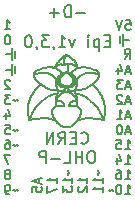
<source format=gbr>
%TF.GenerationSoftware,KiCad,Pcbnew,7.0.6*%
%TF.CreationDate,2023-08-08T22:31:42+02:00*%
%TF.ProjectId,epi_JLC,6570695f-4a4c-4432-9e6b-696361645f70,1_2_0*%
%TF.SameCoordinates,Original*%
%TF.FileFunction,Legend,Bot*%
%TF.FilePolarity,Positive*%
%FSLAX46Y46*%
G04 Gerber Fmt 4.6, Leading zero omitted, Abs format (unit mm)*
G04 Created by KiCad (PCBNEW 7.0.6) date 2023-08-08 22:31:42*
%MOMM*%
%LPD*%
G01*
G04 APERTURE LIST*
%ADD10C,0.180000*%
%ADD11C,0.160000*%
%ADD12C,0.210000*%
%ADD13C,0.200000*%
G04 APERTURE END LIST*
D10*
X103943087Y-64259203D02*
X103877506Y-64245833D01*
X104890958Y-64476426D02*
X104886442Y-64486999D01*
X103302677Y-65739440D02*
X103317877Y-65779065D01*
X103870472Y-65810467D02*
X103904484Y-65816583D01*
X103567335Y-63258429D02*
X103535336Y-63290361D01*
X104295933Y-62414942D02*
X104298987Y-62496034D01*
X103014052Y-66061171D02*
X102998023Y-66094865D01*
X107221440Y-65113363D02*
X107258291Y-65200554D01*
X103741227Y-63968822D02*
X103774634Y-64000176D01*
X103059737Y-66983705D02*
X103239627Y-67037564D01*
X103959345Y-62353047D02*
X103935868Y-62364941D01*
X104398200Y-65786147D02*
X104400179Y-65794197D01*
X102961057Y-66367823D02*
X102966050Y-66411326D01*
X104970472Y-65242853D02*
X104967973Y-65271721D01*
X104579235Y-65794260D02*
X104541469Y-65797461D01*
X106555983Y-63078568D02*
X106422595Y-63054527D01*
X107421334Y-66038928D02*
X107422156Y-66164815D01*
X101207791Y-64948262D02*
X101165197Y-65029408D01*
X103902724Y-62351645D02*
X103935868Y-62364941D01*
X103206996Y-65871647D02*
X103170505Y-65893297D01*
X105028467Y-64164922D02*
X105011777Y-64217782D01*
X104028405Y-62321584D02*
X104005610Y-62331379D01*
X104403715Y-64259084D02*
X104469297Y-64245714D01*
X104994154Y-64942219D02*
X105020040Y-65006758D01*
X103032885Y-66029000D02*
X103014052Y-66061171D01*
X101401733Y-64648096D02*
X101350124Y-64719940D01*
X103445920Y-64455570D02*
X103451027Y-64466024D01*
X103239591Y-67037472D02*
X103296931Y-67109321D01*
X103506256Y-64004894D02*
X103480720Y-63961587D01*
X101380356Y-63180923D02*
X101518742Y-63142958D01*
X103906606Y-65552758D02*
X103918634Y-65568458D01*
X103399592Y-63469044D02*
X103377837Y-63508340D01*
X103959108Y-61981851D02*
X103949571Y-62040036D01*
X101032607Y-67042965D02*
X101513171Y-66949643D01*
X104866081Y-63961469D02*
X104886602Y-63916022D01*
X104877079Y-67299014D02*
X104819219Y-67353394D01*
X103635559Y-63198648D02*
X103600768Y-63227846D01*
X106839187Y-63452804D02*
X106806113Y-63505694D01*
X104173442Y-62961343D02*
X104188345Y-62963804D01*
X101032607Y-67043039D02*
X101080136Y-66909116D01*
X103335112Y-65818869D02*
X103289260Y-65834367D01*
X103274382Y-64472814D02*
X103315952Y-64466412D01*
X104895775Y-64465914D02*
X104890958Y-64476426D01*
X103570177Y-65796975D02*
X103661095Y-65796000D01*
X101753218Y-65754341D02*
X101901345Y-65598942D01*
X103942110Y-62100297D02*
X103936868Y-62162777D01*
X104068824Y-64347895D02*
X104076355Y-64324101D01*
X105440216Y-63207369D02*
X105384886Y-63244978D01*
X104285778Y-62253750D02*
X104285778Y-62253750D01*
X104864198Y-64562902D02*
X104862494Y-64574042D01*
X103978889Y-65819666D02*
X103975025Y-65823760D01*
X106920525Y-63042347D02*
X106946518Y-63088602D01*
X104287257Y-64370176D02*
X104277979Y-64347774D01*
X104905354Y-64761356D02*
X104936295Y-64819402D01*
X104761223Y-67403180D02*
X104703090Y-67448283D01*
X105728665Y-63076683D02*
X105669467Y-63095648D01*
X103318307Y-64165018D02*
X103334997Y-64217877D01*
X104860311Y-64631777D02*
X104861260Y-64643836D01*
X103964535Y-65830756D02*
X103962064Y-65831730D01*
X103396260Y-64447508D02*
X103434877Y-64434930D01*
X103289449Y-65700008D02*
X103302677Y-65739440D01*
X103404756Y-64379837D02*
X103434841Y-64434829D01*
X104173424Y-62961343D02*
X104173424Y-62961343D01*
X103811846Y-64029114D02*
X103852799Y-64055470D01*
X104605575Y-63968712D02*
X104572169Y-64000066D01*
X104442811Y-65618581D02*
X104432818Y-65638832D01*
X104510676Y-64712477D02*
X104555706Y-64736404D01*
X104871610Y-64529945D02*
X104868767Y-64540855D01*
X104859843Y-64619817D02*
X104860311Y-64631777D01*
X104880349Y-63557887D02*
X104856685Y-63503857D01*
X107322248Y-65385278D02*
X107348942Y-65483277D01*
X102915762Y-64455898D02*
X103008916Y-64470947D01*
X105373313Y-66455663D02*
X105363459Y-66500960D01*
X104968635Y-64325229D02*
X104942022Y-64379744D01*
X104906268Y-64445063D02*
X104900883Y-64455460D01*
X104474620Y-65566070D02*
X104463722Y-65582256D01*
X104859813Y-64607956D02*
X104780070Y-64602762D01*
X103376341Y-65242952D02*
X103378837Y-65271821D01*
X106828075Y-63142857D02*
X106691196Y-63108392D01*
X105011690Y-65818768D02*
X105011690Y-65818768D01*
X105337900Y-64470855D02*
X105246757Y-64478895D01*
X104399203Y-65733186D02*
X104398029Y-65740554D01*
X104235417Y-64142613D02*
X104173392Y-64150000D01*
X102966375Y-66204424D02*
X102961173Y-66243549D01*
X103762722Y-63187974D02*
X103830982Y-63138886D01*
X101252947Y-64869791D02*
X101207791Y-64948262D01*
X105410212Y-62565897D02*
X105512517Y-62559012D01*
X104574641Y-61756991D02*
X104657950Y-61828359D01*
X106945079Y-64648000D02*
X106996688Y-64719844D01*
X103137056Y-65916864D02*
X103106608Y-65942284D01*
X104641604Y-64180903D02*
X104690517Y-64151855D01*
X105061668Y-63814409D02*
X105065322Y-63862139D01*
X105385750Y-66367726D02*
X105380757Y-66411230D01*
X103977486Y-64654489D02*
X103929545Y-64671360D01*
X104870815Y-63358043D02*
X104898041Y-63393815D01*
X104530880Y-64228069D02*
X104588354Y-64206386D01*
X104992403Y-67176837D02*
X104934807Y-67240132D01*
X103490808Y-62342329D02*
X103514051Y-62333541D01*
X103831970Y-63072201D02*
X103809211Y-63084055D01*
X102341558Y-64235573D02*
X102436669Y-64286242D01*
X104024926Y-67621155D02*
X104054519Y-67625380D01*
X104396839Y-65776836D02*
X104398200Y-65786147D01*
X106869864Y-63399326D02*
X106839187Y-63452804D01*
X103950839Y-65623908D02*
X103960155Y-65645382D01*
X104950552Y-64447417D02*
X104911934Y-64434839D01*
X101476951Y-63399414D02*
X101507629Y-63452891D01*
X103758449Y-64206505D02*
X103705199Y-64181021D01*
X103774634Y-64000176D02*
X103811846Y-64029114D01*
X103436767Y-63665100D02*
X103448707Y-63611792D01*
X101623504Y-64375849D02*
X101509963Y-64509412D01*
X102155897Y-64119950D02*
X102247807Y-64180040D01*
X105814156Y-64331648D02*
X105717771Y-64371669D01*
X104410061Y-62250778D02*
X104379600Y-62249646D01*
X104774882Y-64084019D02*
X104810108Y-64045705D01*
X104604458Y-63008095D02*
X104657425Y-62928725D01*
X104860304Y-64596566D02*
X104859841Y-64607956D01*
X106066799Y-66868982D02*
X105924429Y-66874369D01*
X107348942Y-65483277D02*
X107371838Y-65585343D01*
X104916948Y-63769210D02*
X104916281Y-63717574D01*
X103990380Y-64462960D02*
X104006925Y-64446864D01*
X104224071Y-62262600D02*
X104203131Y-62266692D01*
X103882391Y-64690789D02*
X103836206Y-64712569D01*
X104404792Y-65708621D02*
X104404792Y-65708621D01*
X105223976Y-63383317D02*
X105172098Y-63438410D01*
X102677350Y-63095748D02*
X102735813Y-63118157D01*
X104322591Y-61583090D02*
X104378387Y-61617234D01*
X104269653Y-63002388D02*
X104173424Y-62961343D01*
X104886442Y-64486999D02*
X104882237Y-64497636D01*
X105057542Y-65834267D02*
X105100235Y-65851882D01*
X103423249Y-63430888D02*
X103399592Y-63469044D01*
X103792615Y-65468261D02*
X103808235Y-65475410D01*
X106723308Y-64375752D02*
X106836849Y-64509315D01*
X103106608Y-65942284D02*
X103079124Y-65969491D01*
X104961034Y-65299025D02*
X104949472Y-65324558D01*
X104866292Y-64551840D02*
X104864198Y-64562902D01*
X107408498Y-66433204D02*
X107393606Y-66576171D01*
X104173424Y-62961343D02*
X104245563Y-63002588D01*
X104936295Y-64819402D02*
X104966067Y-64879728D01*
X104396251Y-65766186D02*
X104396438Y-65771683D01*
X103760578Y-65456264D02*
X103792615Y-65468261D01*
X106898037Y-63345330D02*
X106869864Y-63399326D01*
X106422595Y-63054527D02*
X106291190Y-63037410D01*
X107346668Y-66880810D02*
X107314209Y-67042947D01*
X101300460Y-64793761D02*
X101252947Y-64869791D01*
X103555652Y-63396132D02*
X103597750Y-63342796D01*
X102731656Y-65011961D02*
X102912102Y-64925043D01*
X104380808Y-67608598D02*
X104351288Y-67615492D01*
X103010131Y-66593977D02*
X103026982Y-66641470D01*
X103335112Y-65818869D02*
X103335112Y-65818869D01*
X103865099Y-63179931D02*
X103818841Y-63226475D01*
X104864662Y-64668262D02*
X104867147Y-64680634D01*
X104292134Y-67625282D02*
X104262499Y-67628156D01*
X104348741Y-62249736D02*
X104317472Y-62251090D01*
X102961173Y-66243549D02*
X102958579Y-66283869D01*
X103378102Y-65212725D02*
X103376341Y-65242952D01*
X103255573Y-65283184D02*
X103248446Y-65356228D01*
X105788576Y-63061019D02*
X105728665Y-63076683D01*
X106693592Y-63660157D02*
X106652011Y-63710013D01*
X106131349Y-62623740D02*
X106323803Y-62678345D01*
X103054562Y-65998418D02*
X103032885Y-66029000D01*
X103356599Y-64457990D02*
X103396260Y-64447508D01*
X104181999Y-62271375D02*
X104160671Y-62276657D01*
X103972675Y-64477924D02*
X103990380Y-64462960D01*
X105910461Y-63039022D02*
X105849181Y-63048513D01*
X101353836Y-66315890D02*
X101415342Y-66211582D01*
X105049871Y-67109220D02*
X104992403Y-67176837D01*
X102973493Y-66455760D02*
X102983348Y-66501056D01*
X100931129Y-65918365D02*
X100925480Y-66039023D01*
X105052483Y-64061112D02*
X105042008Y-64112687D01*
X104022810Y-62995853D02*
X103998229Y-63003543D01*
X104990215Y-64457898D02*
X104950552Y-64447417D01*
X104689235Y-64592583D02*
X104641610Y-64584760D01*
X103929545Y-64671360D02*
X103882391Y-64690789D01*
X103560460Y-62795659D02*
X103485811Y-62741258D01*
X101612252Y-65924915D02*
X101753218Y-65754341D01*
X100924658Y-66164910D02*
X100928868Y-66296258D01*
X104746002Y-63227754D02*
X104779436Y-63258337D01*
X103471992Y-64519215D02*
X103475193Y-64530053D01*
X104660710Y-63899415D02*
X104635111Y-63935106D01*
X107422156Y-66164815D02*
X107417946Y-66296163D01*
X105011777Y-64217782D02*
X104991860Y-64271230D01*
X103455845Y-64476536D02*
X103460361Y-64487109D01*
X107046352Y-64793664D02*
X107093865Y-64869694D01*
X103393930Y-62210060D02*
X103447094Y-62136319D01*
X105028926Y-65778964D02*
X105011690Y-65818768D01*
X105496358Y-63173774D02*
X105440216Y-63207369D01*
X103473041Y-64705807D02*
X103473041Y-64705807D01*
X104779436Y-63258337D02*
X104811434Y-63290269D01*
X104005610Y-62331379D02*
X103982591Y-62341863D01*
X103444805Y-63868790D02*
X103434652Y-63819773D01*
X101507629Y-63452891D02*
X101540703Y-63505782D01*
D11*
X99033334Y-62747000D02*
X99533334Y-62747000D01*
D10*
X104585260Y-62280829D02*
X104528209Y-62266664D01*
X104300583Y-62580127D02*
X104300684Y-62669221D01*
X101518742Y-63142958D02*
X101655621Y-63108493D01*
X104645629Y-63238366D02*
X104584079Y-63187861D01*
X103877540Y-67580151D02*
X103906941Y-67590964D01*
X104047559Y-62988712D02*
X104022810Y-62995853D01*
X101544613Y-66016229D02*
X101612252Y-65924915D01*
X104270447Y-64323981D02*
X104264759Y-64298754D01*
X102436669Y-64286242D02*
X102532658Y-64331740D01*
X104867147Y-64680634D02*
X104870175Y-64693115D01*
X103936380Y-67600483D02*
X103965857Y-67608695D01*
X104433232Y-64516320D02*
X104412630Y-64504495D01*
X106806113Y-63505694D02*
X106770751Y-63557929D01*
X104291619Y-62986548D02*
X104291619Y-62986548D01*
X105620760Y-66909597D02*
X105458028Y-66941290D01*
X103435049Y-65369594D02*
X103461572Y-65388581D01*
X104953159Y-65148924D02*
X104962883Y-65181248D01*
X104555706Y-64736404D02*
X104599402Y-64762269D01*
X103144244Y-66886613D02*
X103174023Y-66936717D01*
X104933106Y-65348115D02*
X104911752Y-65369489D01*
X104432818Y-65638832D02*
X104423144Y-65660552D01*
X104015188Y-61767042D02*
X103998761Y-61818338D01*
X103597750Y-63342796D02*
X103646219Y-63290167D01*
X102966050Y-66411326D02*
X102973493Y-66455760D01*
X102436357Y-63039123D02*
X102497637Y-63048614D01*
X103897427Y-64079078D02*
X103945665Y-64099773D01*
X105431054Y-64455806D02*
X105337900Y-64470855D01*
X103906941Y-67590964D02*
X103936380Y-67600483D01*
X103930040Y-65585508D02*
X103940788Y-65603970D01*
X105910144Y-64286150D02*
X105814156Y-64331648D01*
X103480510Y-64551947D02*
X103482605Y-64563008D01*
X103514051Y-62333541D02*
X103537804Y-62325889D01*
X102961931Y-63245078D02*
X103016427Y-63286844D01*
X102280015Y-66869085D02*
X102422384Y-66874471D01*
X104520963Y-65513185D02*
X104508983Y-65524740D01*
X104791466Y-64913479D02*
X104823318Y-64946654D01*
X103448707Y-63611792D02*
X103466452Y-63558004D01*
X103036922Y-62578742D02*
X102936601Y-62565990D01*
X104076355Y-64324101D02*
X104082043Y-64298873D01*
X102888784Y-66941391D02*
X103059737Y-66983705D01*
X103070070Y-63332910D02*
X103122841Y-63383418D01*
X106923599Y-63290883D02*
X106898037Y-63345330D01*
X103243757Y-62518874D02*
X103281637Y-62482097D01*
X106563383Y-63806868D02*
X106516552Y-63853730D01*
X106005255Y-64235482D02*
X105910144Y-64286150D01*
X101088521Y-65200650D02*
X101054850Y-65291210D01*
X101979528Y-63987320D02*
X101979528Y-63987320D01*
X103451027Y-64466024D02*
X103455845Y-64476536D01*
X103239591Y-67037472D02*
X103239591Y-67037472D01*
X104203112Y-67629804D02*
X104173360Y-67628555D01*
X103484097Y-64656101D02*
X103482140Y-64668367D01*
X104469297Y-64245714D02*
X104530880Y-64228069D01*
X101540703Y-63505782D02*
X101576065Y-63558017D01*
X104998526Y-62262390D02*
X105035882Y-62333472D01*
D11*
X108997030Y-60220000D02*
X108997030Y-59720000D01*
D10*
X103268648Y-65621784D02*
X103278127Y-65660785D01*
X104396438Y-65771683D02*
X104396839Y-65776836D01*
X103343611Y-62285153D02*
X103393930Y-62210060D01*
X107371838Y-65585343D02*
X107390731Y-65691709D01*
X102912102Y-64925043D02*
X103096159Y-64845776D01*
X105006429Y-63590120D02*
X105022013Y-63632626D01*
X104052003Y-61668414D02*
X104032982Y-61717115D01*
X103618815Y-63650855D02*
X103619426Y-63695582D01*
X104571271Y-65476565D02*
X104558354Y-65484393D01*
X103753249Y-64574797D02*
X103800955Y-64562062D01*
X103689387Y-62928817D02*
X103628537Y-62858077D01*
X104122669Y-62970639D02*
X104097502Y-62976099D01*
X103429853Y-63769328D02*
X103430520Y-63717691D01*
X103460199Y-63916140D02*
X103444805Y-63868790D01*
X103968698Y-65668456D02*
X103976429Y-65693192D01*
X102023010Y-62678435D02*
X101846204Y-62745461D01*
X103326763Y-65006858D02*
X103303596Y-65073330D01*
X104584079Y-63187861D02*
X104515820Y-63138773D01*
X105525739Y-64434054D02*
X105431054Y-64455806D01*
X103934172Y-64504628D02*
X103953906Y-64491799D01*
X105055430Y-63767556D02*
X105061668Y-63814409D01*
X103304764Y-64112782D02*
X103318307Y-64165018D01*
X103460361Y-64487109D02*
X103464565Y-64497745D01*
X104082043Y-64298873D02*
X104085790Y-64272168D01*
X105332753Y-66061072D02*
X105348781Y-66094766D01*
X103892198Y-64527323D02*
X103913570Y-64516455D01*
X104430401Y-63134006D02*
X104481704Y-63179821D01*
X104440138Y-62253088D02*
X104410061Y-62250778D01*
X102215465Y-62623831D02*
X102023010Y-62678435D01*
X103170574Y-62598172D02*
X103209618Y-62518109D01*
X102055628Y-63037511D02*
X102184891Y-63028460D01*
X103484309Y-64574147D02*
X103485610Y-64585366D01*
X107216661Y-66780373D02*
X107164219Y-66656858D01*
X104334250Y-64267941D02*
X104403715Y-64259084D01*
X107417946Y-66296163D02*
X107408498Y-66433204D01*
D11*
X99533334Y-61447000D02*
X99533334Y-60947000D01*
D10*
X104463722Y-65582256D02*
X104453115Y-65599741D01*
X107164219Y-66656858D02*
X107109415Y-66538348D01*
X103246622Y-65430626D02*
X103247860Y-65468297D01*
X105720464Y-62561619D02*
X105928488Y-62584013D01*
X103473041Y-64705807D02*
X103441449Y-64761457D01*
X101655621Y-63108493D02*
X101790835Y-63078669D01*
X101979528Y-63987311D02*
X101740710Y-64245550D01*
X104815937Y-65418454D02*
X104755199Y-65426236D01*
X104941566Y-62694470D02*
X105027393Y-62655179D01*
X104968934Y-63508249D02*
X104988710Y-63548650D01*
X104857779Y-62045558D02*
X104910240Y-62118195D01*
X104644818Y-67488612D02*
X104586404Y-67524077D01*
X104560028Y-63096402D02*
X104604458Y-63008095D01*
X104735648Y-64598468D02*
X104689235Y-64592583D01*
X103503113Y-62063976D02*
X103561999Y-61993073D01*
X104392896Y-64491667D02*
X104374128Y-64477794D01*
X103096159Y-64845776D02*
X103283320Y-64773087D01*
X103970580Y-61925601D02*
X103959108Y-61981851D01*
X103445763Y-62363119D02*
X103468052Y-62352204D01*
X104885227Y-65388474D02*
X104853350Y-65404864D01*
X103630838Y-63558786D02*
X103622598Y-63605201D01*
X106280502Y-64055516D02*
X106190915Y-64119858D01*
X103402411Y-65808730D02*
X103482352Y-65801327D01*
X106323803Y-62678345D02*
X106500610Y-62745372D01*
X103008916Y-64470947D02*
X103100058Y-64478987D01*
X104815937Y-65418454D02*
X104815937Y-65418454D01*
X104588354Y-64206386D02*
X104641604Y-64180903D01*
X105240195Y-65942185D02*
X105267680Y-65969391D01*
X105300721Y-66689465D02*
X105279403Y-66738091D01*
X103285103Y-63814501D02*
X103281449Y-63862232D01*
X103628537Y-62858077D02*
X103560460Y-62795659D01*
X104675141Y-63170778D02*
X104711211Y-63198556D01*
D11*
X109497030Y-60220000D02*
X108997030Y-60220000D01*
D10*
X101426288Y-63042437D02*
X101400294Y-63088692D01*
X103633566Y-63781595D02*
X103646965Y-63822549D01*
X104586404Y-67524077D02*
X104527846Y-67554588D01*
X101653225Y-63660245D02*
X101694806Y-63710102D01*
X106996688Y-64719844D02*
X107046352Y-64793664D01*
X105085857Y-65582920D02*
X105078155Y-65621683D01*
X104956901Y-62190551D02*
X104998526Y-62262390D01*
X103324758Y-63632718D02*
X103311249Y-63676720D01*
X101740710Y-64245550D02*
X101623504Y-64375849D01*
X105319824Y-66641373D02*
X105300721Y-66689465D01*
X103291341Y-63767648D02*
X103285103Y-63814501D01*
X104641110Y-62298686D02*
X104585260Y-62280829D01*
X105022013Y-63632626D02*
X105022013Y-63632626D01*
X103026982Y-66641470D02*
X103046086Y-66689562D01*
X102558242Y-63061120D02*
X102618153Y-63076784D01*
X106770751Y-63557929D02*
X106733208Y-63609439D01*
X103987473Y-65804436D02*
X103985978Y-65808114D01*
X103527549Y-67353492D02*
X103585531Y-67403278D01*
X105035882Y-62333472D02*
X105069732Y-62403558D01*
X104572169Y-64000066D02*
X104534956Y-64029004D01*
X104725363Y-65430245D02*
X104695980Y-65434935D01*
X103434652Y-63819773D02*
X103429853Y-63769328D01*
X103750314Y-65798726D02*
X103792788Y-65801579D01*
X103990898Y-65791268D02*
X103989958Y-65796028D01*
X103523533Y-64946747D02*
X103494289Y-64980420D01*
X103090895Y-66787283D02*
X103116522Y-66836780D01*
X104244824Y-62259086D02*
X104224071Y-62262600D01*
X104584400Y-65469529D02*
X104571271Y-65476565D01*
X104173456Y-64616708D02*
X104124197Y-64621286D01*
X103467842Y-65014383D02*
X103444373Y-65048430D01*
X103933986Y-62227616D02*
X103933605Y-62294957D01*
X106839767Y-62951175D02*
X106884723Y-62996436D01*
X104160671Y-62276657D02*
X104139145Y-62282552D01*
X103378837Y-65271821D02*
X103385773Y-65299126D01*
X104453115Y-65599741D02*
X104442811Y-65618581D01*
X103447094Y-62136319D02*
X103503113Y-62063976D01*
X102217056Y-65329372D02*
X102383626Y-65213050D01*
X104637112Y-63368716D02*
X104663839Y-63416520D01*
X103985978Y-65808114D02*
X103984348Y-65811460D01*
X103555389Y-64913572D02*
X103523533Y-64946747D01*
X104900883Y-64455460D02*
X104895775Y-64465914D01*
X103486959Y-64619919D02*
X103486491Y-64631879D01*
X104718275Y-62857984D02*
X104786352Y-62795566D01*
X107291962Y-65291114D02*
X107322248Y-65385278D01*
X104841920Y-63323517D02*
X104870815Y-63358043D01*
X102066310Y-64055607D02*
X102155897Y-64119950D01*
X103833041Y-65805479D02*
X103870472Y-65810467D01*
X105434710Y-64924948D02*
X105250652Y-64845682D01*
X104494004Y-64055360D02*
X104449376Y-64078968D01*
D11*
X108697030Y-59920000D02*
X108697030Y-60520000D01*
D10*
X104667120Y-65440757D02*
X104638855Y-65448162D01*
X103626210Y-64849536D02*
X103589676Y-64881099D01*
X104854710Y-62400237D02*
X104802558Y-62371013D01*
X104264759Y-64298754D02*
X104261013Y-64272049D01*
X103486491Y-64631879D02*
X103485543Y-64643939D01*
X103755956Y-61789456D02*
X103826411Y-61724760D01*
X103913570Y-64516455D02*
X103934172Y-64504628D01*
X104398029Y-65740554D02*
X104397166Y-65747528D01*
X103638337Y-62307601D02*
X103664958Y-62306350D01*
X103300083Y-63721709D02*
X103291341Y-63767648D01*
X100925480Y-66039023D02*
X100924658Y-66164910D01*
X103688410Y-61855769D02*
X103755956Y-61789456D01*
X104402617Y-65801066D02*
X104405358Y-65806832D01*
X101613609Y-63609527D02*
X101653225Y-63660245D01*
X103504851Y-63323608D02*
X103475956Y-63358135D01*
X103566733Y-64602897D02*
X103611154Y-64598608D01*
X106833647Y-66949539D02*
X106712657Y-66927303D01*
X106734561Y-65924822D02*
X106593595Y-65754247D01*
X102834295Y-62559105D02*
X102730660Y-62557781D01*
X104533191Y-65502646D02*
X104520963Y-65513185D01*
X103475193Y-64530053D02*
X103478036Y-64540963D01*
X105512517Y-62559012D02*
X105616153Y-62557689D01*
X104397166Y-65747528D02*
X104396596Y-65754118D01*
X103315952Y-64466412D02*
X103356599Y-64457990D01*
X104882237Y-64497636D02*
X104878356Y-64508337D01*
X106161927Y-63028359D02*
X106034964Y-63028516D01*
X106946518Y-63088602D02*
X106962047Y-63134893D01*
X105246757Y-64478895D02*
X105158108Y-64479620D01*
X103975025Y-65823760D02*
X103971213Y-65826892D01*
X101032607Y-67043039D02*
X101032607Y-67043039D01*
X106802200Y-66016136D02*
X106734561Y-65924822D01*
X104416197Y-65820441D02*
X104418090Y-65821873D01*
X103311249Y-63676720D02*
X103300083Y-63721709D01*
X104173378Y-62961453D02*
X104101239Y-63002698D01*
X105068675Y-65660684D02*
X105057354Y-65699907D01*
X104137517Y-61483041D02*
X104202252Y-61515963D01*
X103046086Y-66689562D02*
X103067403Y-66738189D01*
X103188708Y-64479711D02*
X103274382Y-64472814D01*
X103444373Y-65048430D02*
X103424066Y-65082357D01*
X104819219Y-67353394D02*
X104761223Y-67403180D01*
X104685847Y-63464225D02*
X104703200Y-63511665D01*
X104361274Y-63007657D02*
X104395559Y-63019839D01*
X103485811Y-62741258D02*
X103405246Y-62694564D01*
X104410290Y-67600386D02*
X104380808Y-67608598D01*
X104113823Y-67629766D02*
X104143535Y-67629903D01*
X104527962Y-63226366D02*
X104569239Y-63273473D01*
X104294093Y-64131651D02*
X104235417Y-64142613D01*
X107314209Y-67042947D02*
X107266679Y-66909024D01*
X105099963Y-65393165D02*
X105100180Y-65430526D01*
X104464494Y-64690697D02*
X104510676Y-64712477D01*
X104378387Y-61617234D02*
X104431394Y-61651726D01*
X103393665Y-65149020D02*
X103383938Y-65181346D01*
X105011644Y-65818722D02*
X104945793Y-65808172D01*
X104055326Y-61540823D02*
X104137517Y-61483041D01*
X102143000Y-66870617D02*
X102280015Y-66869085D01*
X103818850Y-67554685D02*
X103877540Y-67580151D01*
X103988082Y-63045911D02*
X104077149Y-63002499D01*
X104262327Y-62979065D02*
X104276997Y-62982708D01*
X103358061Y-63548741D02*
X103340342Y-63590212D01*
X104059546Y-64370298D02*
X104068824Y-64347895D01*
X105172098Y-63438410D02*
X105121132Y-63498231D01*
X104703090Y-67448283D02*
X104644818Y-67488612D01*
X103742354Y-63008187D02*
X103689387Y-62928817D01*
X103225684Y-63498332D02*
X103275718Y-63563023D01*
X104939726Y-65115859D02*
X104953159Y-65148924D01*
X103283664Y-65141619D02*
X103267484Y-65211609D01*
X103808235Y-65475410D02*
X103823540Y-65483409D01*
X103493449Y-65404973D02*
X103530861Y-65418564D01*
X101846204Y-62745461D02*
X101690287Y-62822455D01*
X105066310Y-63910710D02*
X105064554Y-63960087D01*
X104560028Y-63096310D02*
X104560028Y-63096310D01*
X103899783Y-61661727D02*
X103976085Y-61600399D01*
X103852799Y-64055470D02*
X103897427Y-64079078D01*
X103949571Y-62040036D02*
X103942110Y-62100297D01*
X104173378Y-62961453D02*
X104173378Y-62961453D01*
X103116522Y-66836780D02*
X103144244Y-66886613D01*
X101621800Y-62863922D02*
X101560502Y-62906961D01*
X104906214Y-62431453D02*
X104854710Y-62400237D01*
X104317472Y-62251090D02*
X104285778Y-62253750D01*
X106606102Y-64245452D02*
X106723308Y-64375752D01*
X103378141Y-64325323D02*
X103404756Y-64379837D01*
X105107212Y-67037372D02*
X105049871Y-67109220D01*
X105063139Y-65141518D02*
X105079318Y-65211508D01*
X105928488Y-62584013D02*
X106131349Y-62623740D01*
X106966455Y-63180914D02*
X106966455Y-63180914D01*
X103960155Y-65645382D02*
X103968698Y-65668456D01*
X104798754Y-61972881D02*
X104857779Y-62045558D01*
X104695980Y-65434935D02*
X104667120Y-65440757D01*
X104326615Y-62996554D02*
X104361274Y-63007657D01*
X104469847Y-62256534D02*
X104440138Y-62253088D01*
X104232825Y-67629667D02*
X104203112Y-67629804D01*
X105388253Y-66325218D02*
X105385750Y-66367726D01*
X103440535Y-64445173D02*
X103445920Y-64455570D01*
X103992063Y-65768162D02*
X103992210Y-65774578D01*
X103686093Y-63899525D02*
X103711692Y-63935216D01*
X104597732Y-65463226D02*
X104584400Y-65469529D01*
X104898094Y-63611675D02*
X104880349Y-63557887D01*
X103988808Y-65800413D02*
X103987473Y-65804436D01*
X103562087Y-62319421D02*
X103586923Y-62314185D01*
X105615156Y-65011865D02*
X105434710Y-64924948D01*
X104599472Y-63119620D02*
X104637868Y-63144454D01*
X106418395Y-63943978D02*
X106367284Y-63987228D01*
X102958553Y-66325315D02*
X102961057Y-66367823D01*
X105717771Y-64371669D02*
X105621471Y-64405907D01*
X103478036Y-64540963D02*
X103480510Y-64551947D01*
X103622598Y-63605201D02*
X103618815Y-63650855D01*
X103997447Y-64117389D02*
X104052709Y-64131761D01*
X103998229Y-63003543D02*
X103973828Y-63011774D01*
X104401138Y-64099663D02*
X104349355Y-64117279D01*
X104469142Y-67580054D02*
X104439735Y-67590868D01*
X104085790Y-64272168D02*
X104085790Y-64272168D01*
X102906601Y-63207469D02*
X102961931Y-63245078D01*
X103206794Y-62557693D02*
X103243757Y-62518874D01*
X105362044Y-66129917D02*
X105372581Y-66166459D01*
X103254957Y-65544509D02*
X103260946Y-65583021D01*
X104861192Y-64585263D02*
X104860304Y-64596566D01*
X104262499Y-67628156D02*
X104232825Y-67629667D01*
X105209747Y-65916764D02*
X105240195Y-65942185D01*
X103985830Y-65729005D02*
X103987892Y-65737830D01*
X101462090Y-62996525D02*
X101426288Y-63042437D01*
X104485803Y-65551127D02*
X104474620Y-65566070D01*
X103624365Y-63739217D02*
X103633566Y-63781595D01*
X105100842Y-62472411D02*
X105157900Y-62605459D01*
X103411983Y-67240232D02*
X103469700Y-67299114D01*
X105287075Y-66983604D02*
X105107184Y-67037463D01*
X103809211Y-63084055D02*
X103786742Y-63096402D01*
D11*
X99533334Y-62747000D02*
X99533334Y-62247000D01*
D10*
X104396596Y-65754118D02*
X104396297Y-65760334D01*
X104528209Y-62266664D02*
X104499199Y-62261074D01*
X104497260Y-65537369D02*
X104485803Y-65551127D01*
X103464565Y-64497745D02*
X103468446Y-64508446D01*
X104440738Y-63091340D02*
X104358720Y-63045799D01*
X105043207Y-65073229D02*
X105063139Y-65141518D01*
X103530861Y-65418564D02*
X103530861Y-65418564D01*
X103786783Y-63096493D02*
X103742354Y-63008187D01*
X104405358Y-65806832D02*
X104408244Y-65811574D01*
D11*
X108997030Y-60220000D02*
X108997030Y-60720000D01*
D10*
X103385773Y-65299126D02*
X103397332Y-65324660D01*
X103430520Y-63717691D02*
X103436767Y-63665100D01*
X104084151Y-67628254D02*
X104113823Y-67629766D01*
X104947179Y-63468953D02*
X104968934Y-63508249D01*
X105616153Y-62557689D02*
X105720464Y-62561619D01*
X103962064Y-65831730D02*
X103959850Y-65832364D01*
X103246568Y-65851982D02*
X103206996Y-65871647D01*
X104296239Y-62870425D02*
X104291614Y-62986538D01*
X105669467Y-63095648D02*
X105611004Y-63118056D01*
X101423215Y-63290972D02*
X101448777Y-63345418D01*
X101924223Y-63054627D02*
X102055628Y-63037511D01*
X104032982Y-61717115D02*
X104015188Y-61767042D01*
X105230283Y-66836682D02*
X105202560Y-66886515D01*
X100928868Y-66296258D02*
X100938317Y-66433299D01*
X103990744Y-65753960D02*
X103991583Y-65761294D01*
X102730660Y-62557781D02*
X102626349Y-62561711D01*
X105044125Y-65739339D02*
X105028926Y-65778964D01*
X104942022Y-64379744D02*
X104911939Y-64434738D01*
X104400179Y-65794197D02*
X104402617Y-65801066D01*
X106962047Y-63134893D02*
X106966455Y-63180914D01*
X104657950Y-61828359D02*
X104732399Y-61900402D01*
X103476628Y-64693218D02*
X103474905Y-64699499D01*
X106593595Y-65754247D02*
X106445468Y-65598848D01*
X104073337Y-62304015D02*
X104050979Y-62312466D01*
X102311854Y-63028617D02*
X102436357Y-63039123D01*
X105267680Y-65969391D02*
X105292242Y-65998319D01*
X103904484Y-65816583D02*
X103934476Y-65823869D01*
X101878628Y-63899547D02*
X101928418Y-63944070D01*
X105157900Y-62605468D02*
X105057950Y-62533637D01*
X104034407Y-63045333D02*
X103972816Y-63089195D01*
X105924429Y-66874369D02*
X105775989Y-66887598D01*
X104369404Y-64654398D02*
X104417343Y-64671268D01*
X103940788Y-65603970D02*
X103950839Y-65623908D01*
X104412630Y-64504495D02*
X104392896Y-64491667D01*
X102422384Y-66874471D02*
X102570824Y-66887700D01*
X103296126Y-62361555D02*
X103343611Y-62285153D01*
X104454605Y-64527186D02*
X104433232Y-64516320D01*
X103867180Y-65513133D02*
X103880841Y-65525158D01*
X103791173Y-64736495D02*
X103747474Y-64762361D01*
X102418325Y-62584105D02*
X102215465Y-62623831D01*
X103267484Y-65211609D02*
X103255573Y-65283184D01*
X103991603Y-65786116D02*
X103990898Y-65791268D01*
X101509963Y-64509412D02*
X101401733Y-64648096D01*
X105027393Y-62655179D02*
X105117827Y-62622983D01*
X106589896Y-66907357D02*
X106464646Y-66890626D01*
X105035522Y-63676629D02*
X105046688Y-63721617D01*
X104966067Y-64879728D02*
X104994154Y-64942219D01*
X104117416Y-62289069D02*
X104095481Y-62296220D01*
X105611004Y-63118056D02*
X105553294Y-63144051D01*
X104690517Y-64151855D02*
X104734981Y-64119482D01*
X104853350Y-65404864D02*
X104815937Y-65418454D01*
X104702123Y-65791167D02*
X104660065Y-65791181D01*
X101738245Y-63759030D02*
X101783433Y-63806959D01*
X106786312Y-62906872D02*
X106839767Y-62951175D01*
X101478956Y-66111740D02*
X101544613Y-66016229D01*
X103248446Y-65356228D02*
X103246839Y-65393265D01*
X103530861Y-65418564D02*
X103660859Y-65434187D01*
X103536694Y-64045824D02*
X103506256Y-64004894D01*
X103808073Y-62322415D02*
X103838849Y-62330430D01*
X104356422Y-64462832D02*
X104339878Y-64446737D01*
X105276747Y-63332809D02*
X105223976Y-63383317D01*
X103352648Y-64942319D02*
X103326763Y-65006858D01*
X103933605Y-62294957D02*
X103935868Y-62364941D01*
X104605600Y-63320978D02*
X104637112Y-63368716D01*
X105380430Y-66204326D02*
X105385633Y-66243452D01*
X105139807Y-65871547D02*
X105176298Y-65893196D01*
X103777564Y-63273583D02*
X103741202Y-63321088D01*
X103317877Y-65779065D02*
X103335112Y-65818869D01*
X105313919Y-66028901D02*
X105332753Y-66061072D01*
X105121132Y-63498231D02*
X105071099Y-63562922D01*
X107405416Y-65802607D02*
X107415685Y-65918269D01*
X103708902Y-63144546D02*
X103671630Y-63170869D01*
X103413696Y-65348218D02*
X103435049Y-65369594D01*
X103079124Y-65969491D02*
X103054562Y-65998418D01*
X105059972Y-64010233D02*
X105052483Y-64061112D01*
X104173438Y-64616617D02*
X104222696Y-64621194D01*
X104462853Y-63047369D02*
X104495786Y-63062682D01*
X102793523Y-63144151D02*
X102850459Y-63173875D01*
X104277979Y-64347774D02*
X104270447Y-64323981D01*
X104245563Y-63002588D02*
X104312396Y-63045224D01*
X104852557Y-64980326D02*
X104878999Y-65014288D01*
X101380356Y-63181006D02*
X101380356Y-63181006D01*
X103282217Y-63960182D02*
X103286800Y-64010328D01*
X104734981Y-64119482D02*
X104774882Y-64084019D01*
X103720138Y-62308167D02*
X103748739Y-62311332D01*
X103847532Y-64546352D02*
X103892198Y-64527323D01*
X104898041Y-63393815D02*
X104923522Y-63430796D01*
X104052709Y-64131761D02*
X104111385Y-64142723D01*
X105042008Y-64112687D02*
X105028467Y-64164922D01*
X104291619Y-62986548D02*
X104326615Y-62996554D01*
X103660859Y-65434187D02*
X103694396Y-65439727D01*
X105140985Y-66986926D02*
X105107212Y-67037372D01*
X103705292Y-64789961D02*
X103664810Y-64819088D01*
X105348781Y-66094766D02*
X105362044Y-66129917D01*
X104988710Y-63548650D02*
X105006429Y-63590120D01*
X101882170Y-66890731D02*
X102010624Y-66878141D01*
X100997871Y-65483373D02*
X100974975Y-65585439D01*
X104902464Y-65048336D02*
X104922767Y-65082261D01*
X103482605Y-64563008D02*
X103484309Y-64574147D01*
X103709691Y-63368826D02*
X103682964Y-63416630D01*
X104618935Y-65792189D02*
X104579235Y-65794260D01*
X101384765Y-63134984D02*
X101380356Y-63181006D01*
X103826411Y-61724760D02*
X103899783Y-61661727D01*
X103335149Y-65818860D02*
X103366896Y-65813474D01*
X103537804Y-62325889D02*
X103562087Y-62319421D01*
X101080136Y-66909116D02*
X101130154Y-66780464D01*
X105963186Y-65212955D02*
X105791484Y-65107509D01*
X102936601Y-62565990D02*
X102834295Y-62559105D01*
X102850459Y-63173875D02*
X102906601Y-63207469D01*
X105372581Y-66166459D02*
X105380430Y-66204326D01*
X103281449Y-63862232D02*
X103280461Y-63910804D01*
X106336190Y-66878037D02*
X106203814Y-66870513D01*
X103830982Y-63138886D02*
X103906064Y-63091452D01*
X104499271Y-64546213D02*
X104454605Y-64527186D01*
X103586923Y-62314185D02*
X103612332Y-62310229D01*
X103748739Y-62311332D02*
X103778044Y-62316065D01*
X101400372Y-63236145D02*
X101423215Y-63290972D01*
X103643603Y-63511775D02*
X103630838Y-63558786D01*
X100938317Y-66433299D02*
X100953209Y-66576265D01*
X104429432Y-63033083D02*
X104462853Y-63047369D01*
X103354394Y-67176938D02*
X103411983Y-67240232D01*
X105098356Y-65356128D02*
X105099963Y-65393165D01*
X104949472Y-65324558D02*
X104933106Y-65348115D01*
X101507047Y-62951264D02*
X101462090Y-62996525D01*
X102958579Y-66283869D02*
X102958553Y-66325315D01*
X103469700Y-67299114D02*
X103527549Y-67353492D01*
X106966460Y-63180822D02*
X106828075Y-63142857D01*
X105212211Y-62597575D02*
X105309891Y-62578649D01*
X100953209Y-66576265D02*
X100973751Y-66725389D01*
X103989522Y-65746143D02*
X103990744Y-65753960D01*
X103973828Y-63011774D02*
X103949621Y-63020541D01*
X104074994Y-64629246D02*
X104026029Y-64640382D01*
X104637868Y-63144454D02*
X104675141Y-63170778D01*
X104527846Y-67554588D02*
X104469142Y-67580054D01*
X104901996Y-63868671D02*
X104912149Y-63819655D01*
X107093865Y-64869694D02*
X107139021Y-64948166D01*
X102974225Y-66166557D02*
X102966375Y-66204424D01*
X103792788Y-65801579D02*
X103833041Y-65805479D01*
X104515820Y-63138773D02*
X104440738Y-63091340D01*
X107373065Y-66725296D02*
X107346668Y-66880810D01*
X103800955Y-64562062D02*
X103847532Y-64546352D01*
X104124197Y-64621286D02*
X104074994Y-64629246D01*
X104715964Y-63558676D02*
X104724205Y-63605091D01*
X103275718Y-63563023D02*
X103324799Y-63632727D01*
X106500610Y-62745372D02*
X106656527Y-62822366D01*
X103619426Y-63695582D02*
X103624365Y-63739217D01*
X104320862Y-64640291D02*
X104369404Y-64654398D01*
X103434882Y-64434829D02*
X103440535Y-64445173D01*
X103260946Y-65583021D02*
X103268648Y-65621784D01*
X104358720Y-63045799D02*
X104269653Y-63002388D01*
X105100180Y-65430526D02*
X105098943Y-65468196D01*
X105202560Y-66886515D02*
X105172781Y-66936618D01*
X103383938Y-65181346D02*
X103378102Y-65212725D01*
X104811434Y-63290269D02*
X104841920Y-63323517D01*
X105309891Y-62578649D02*
X105410212Y-62565897D01*
X103945665Y-64099773D02*
X103997447Y-64117389D01*
X104339878Y-64446737D02*
X104324591Y-64429468D01*
X103402495Y-62387876D02*
X103423917Y-62375026D01*
X103995372Y-67615589D02*
X104024926Y-67621155D01*
X103296931Y-67109321D02*
X103354394Y-67176938D01*
X103623761Y-61923656D02*
X103688410Y-61855769D01*
X105079318Y-65211508D02*
X105091230Y-65283083D01*
X101901345Y-65598942D02*
X102056127Y-65457644D01*
X102735813Y-63118157D02*
X102793523Y-63144151D01*
X103174719Y-63438511D02*
X103225684Y-63498332D01*
X103466452Y-63558004D02*
X103490116Y-63503973D01*
X105071099Y-63562922D02*
X105022017Y-63632626D01*
X103893996Y-65538346D02*
X103906606Y-65552758D01*
X106290685Y-65457549D02*
X106129756Y-65329276D01*
X105011690Y-65818768D02*
X105057542Y-65834267D01*
X105100235Y-65851882D02*
X105139807Y-65871547D01*
X107415685Y-65918269D02*
X107421334Y-66038928D01*
X102983348Y-66501056D02*
X102995574Y-66547151D01*
X103482140Y-64668367D02*
X103479655Y-64680739D01*
X103855003Y-63060846D02*
X103831970Y-63072201D01*
X105849181Y-63048513D02*
X105788576Y-63061019D01*
X104147949Y-62965752D02*
X104122669Y-62970639D01*
X102056127Y-65457644D02*
X102217056Y-65329372D01*
X104682307Y-63861804D02*
X104660710Y-63899415D01*
X101790835Y-63078669D02*
X101924223Y-63054627D01*
X103561999Y-61993073D02*
X103623761Y-61923656D01*
X104036142Y-64411104D02*
X104048619Y-64391353D01*
X103661095Y-65796000D02*
X103750314Y-65798726D01*
X106725014Y-62863833D02*
X106786312Y-62906872D01*
X104823318Y-64946654D02*
X104852557Y-64980326D01*
X104012553Y-64268060D02*
X103943087Y-64259203D01*
X106608572Y-63758940D02*
X106563383Y-63806868D01*
X104922767Y-65082261D02*
X104939726Y-65115859D01*
X103278127Y-65660785D02*
X103289449Y-65700008D01*
X104757184Y-64881007D02*
X104791466Y-64913479D01*
X101165197Y-65029408D02*
X101125372Y-65113460D01*
D11*
X99033334Y-61447000D02*
X99533334Y-61447000D01*
D10*
X105117827Y-62622983D02*
X105212211Y-62597575D01*
X103134602Y-62597669D02*
X103036922Y-62578742D01*
X104641610Y-64584760D02*
X104593554Y-64574654D01*
X104780070Y-64602762D02*
X104735648Y-64598468D01*
X106367284Y-63987228D02*
X106280502Y-64055516D01*
X102821077Y-64434146D02*
X102915762Y-64455898D01*
X104072109Y-61620797D02*
X104052003Y-61668414D01*
X103289260Y-65834367D02*
X103246568Y-65851982D01*
X102629044Y-64371761D02*
X102725344Y-64405998D01*
X103656285Y-64151974D02*
X103611821Y-64119601D01*
X104431394Y-61651726D02*
X104481708Y-61686536D01*
X104682058Y-64818995D02*
X104720653Y-64849443D01*
X107181615Y-65029312D02*
X107221440Y-65113363D01*
X105158108Y-64479620D02*
X105072433Y-64472723D01*
X103340342Y-63590212D02*
X103324758Y-63632718D01*
X102998023Y-66094865D02*
X102984761Y-66130015D01*
X103486498Y-64596669D02*
X103486962Y-64608056D01*
X104261013Y-64272049D02*
X104261013Y-64272049D01*
X104861260Y-64643836D02*
X104862705Y-64655997D01*
X104635111Y-63935106D02*
X104605575Y-63968712D01*
X104859841Y-64607956D02*
X104859843Y-64619817D01*
X107393606Y-66576171D02*
X107373065Y-66725296D01*
X105351233Y-66547054D02*
X105336675Y-66593881D01*
X104749648Y-62344119D02*
X104695869Y-62319896D01*
X105380757Y-66411230D02*
X105373313Y-66455663D01*
X103983310Y-65719653D02*
X103985830Y-65729005D01*
X102184891Y-63028460D02*
X102311854Y-63028617D01*
X107052314Y-66424705D02*
X106992979Y-66315797D01*
X103407102Y-65115955D02*
X103393665Y-65149020D01*
X104663839Y-63416520D02*
X104685847Y-63464225D01*
X103823540Y-65483409D02*
X103838492Y-65492321D01*
X104871897Y-64699397D02*
X104873761Y-64705707D01*
X104749050Y-63342681D02*
X104700581Y-63290052D01*
X103494289Y-64980420D02*
X103467842Y-65014383D01*
X104095481Y-62296220D02*
X104073337Y-62304015D01*
X103468052Y-62352204D02*
X103490808Y-62342329D01*
X101415342Y-66211582D02*
X101478956Y-66111740D01*
X104934807Y-67240132D02*
X104877079Y-67299014D01*
X103984348Y-65811460D02*
X103982606Y-65814491D01*
X104873761Y-64705707D02*
X104873761Y-64705707D01*
X103448729Y-63393907D02*
X103423249Y-63430888D01*
X106931472Y-66211489D02*
X106867858Y-66111647D01*
X103646219Y-63290167D02*
X103701172Y-63238480D01*
X105107212Y-67037372D02*
X105107212Y-67037372D01*
X104423144Y-65660552D02*
X104413799Y-65683796D01*
X103705199Y-64181021D02*
X103656285Y-64151974D01*
X105330390Y-63286744D02*
X105276747Y-63332809D01*
X103657568Y-64592725D02*
X103705193Y-64584903D01*
X103643649Y-67448381D02*
X103701907Y-67488709D01*
X101000148Y-66880903D02*
X101032607Y-67043039D01*
X104050979Y-62312466D02*
X104028405Y-62321584D01*
X103989958Y-65796028D02*
X103988808Y-65800413D01*
X101448777Y-63345418D02*
X101476951Y-63399414D01*
X103972816Y-63089195D02*
X103916402Y-63134116D01*
X101634160Y-66927408D02*
X101756920Y-66907462D01*
X104541469Y-65797461D02*
X104506139Y-65801860D01*
X101350124Y-64719940D02*
X101300460Y-64793761D01*
X104859841Y-64607956D02*
X104859841Y-64607956D01*
X104802558Y-62371013D02*
X104749648Y-62344119D01*
X103786742Y-63096402D02*
X103747299Y-63119711D01*
X102984761Y-66130015D02*
X102974225Y-66166557D01*
X104840545Y-64004775D02*
X104866081Y-63961469D01*
X104085790Y-64272168D02*
X104012553Y-64268060D01*
X103786742Y-63096402D02*
X103786742Y-63096402D01*
X106712657Y-66927303D02*
X106589896Y-66907357D01*
X101576065Y-63558017D02*
X101613609Y-63609527D01*
X105336675Y-66593881D02*
X105319824Y-66641373D01*
X104247611Y-62975619D02*
X104262327Y-62979065D01*
X103998761Y-61818338D02*
X103983845Y-61871143D01*
X103485543Y-64643939D02*
X103484097Y-64656101D01*
X102010624Y-66878141D02*
X102143000Y-66870617D01*
X103965857Y-67608695D02*
X103995372Y-67615589D01*
X104912149Y-63819655D02*
X104916948Y-63769210D01*
X104395559Y-63019839D02*
X104429432Y-63033083D01*
X104911752Y-65369489D02*
X104885227Y-65388474D01*
X104786352Y-62795566D02*
X104861001Y-62741163D01*
X102626349Y-62561711D02*
X102418325Y-62584105D01*
X105176298Y-65893196D02*
X105209747Y-65916764D01*
X106129756Y-65329276D02*
X105963186Y-65212955D01*
X104569239Y-63273473D02*
X104605600Y-63320978D01*
D11*
X99833334Y-61747000D02*
X99833334Y-61147000D01*
D10*
X103247860Y-65468297D02*
X103250616Y-65506263D01*
X103870392Y-62340157D02*
X103902724Y-62351645D01*
X103585531Y-67403278D02*
X103643649Y-67448381D01*
X104298987Y-62496034D02*
X104300583Y-62580127D01*
X104137517Y-61483041D02*
X104093157Y-61574124D01*
X101294500Y-66424797D02*
X101353836Y-66315890D01*
X104444798Y-65814524D02*
X104419793Y-65822925D01*
X104085575Y-64272049D02*
X104260852Y-64272058D01*
X105078155Y-65621683D02*
X105068675Y-65660684D01*
X103320605Y-62447749D02*
X103360833Y-62416214D01*
X104560028Y-63096310D02*
X104599472Y-63119620D01*
X103519812Y-63449937D02*
X103555652Y-63396132D01*
X103441449Y-64761457D02*
X103410508Y-64819503D01*
X106367284Y-63987228D02*
X106367284Y-63987228D01*
X104910034Y-63664983D02*
X104898094Y-63611675D01*
X104722438Y-63739108D02*
X104713237Y-63781485D01*
X104545847Y-64561920D02*
X104499271Y-64546213D01*
X106733208Y-63609439D02*
X106693592Y-63660157D01*
X104481704Y-63179821D02*
X104527962Y-63226366D01*
X104878356Y-64508337D02*
X104874810Y-64519106D01*
X103480720Y-63961587D02*
X103460199Y-63916140D01*
X105791484Y-65107509D02*
X105615156Y-65011865D01*
X104593554Y-64574654D02*
X104545847Y-64561920D01*
X106203814Y-66870513D02*
X106066799Y-66868982D01*
X103646965Y-63822549D02*
X103664495Y-63861914D01*
X103878299Y-63049997D02*
X103855003Y-63060846D01*
X104449376Y-64078968D02*
X104401138Y-64099663D01*
X104202252Y-61515963D02*
X104263911Y-61549323D01*
X103170574Y-62598172D02*
X103206794Y-62557693D01*
X103486989Y-64608075D02*
X103566733Y-64602897D01*
X103209618Y-62518109D02*
X103251465Y-62439222D01*
X101125372Y-65113460D02*
X101088521Y-65200650D01*
X103701907Y-67488709D02*
X103760306Y-67524174D01*
X104611258Y-65457602D02*
X104597732Y-65463226D01*
X104101239Y-63002698D02*
X104034407Y-63045333D01*
X103475956Y-63358135D02*
X103448729Y-63393907D01*
X104910240Y-62118195D02*
X104956901Y-62190551D01*
X103976085Y-61600399D02*
X104055326Y-61540823D01*
X104957182Y-62464318D02*
X104906214Y-62431453D01*
X101928418Y-63944070D02*
X101979528Y-63987320D01*
X104265391Y-62256140D02*
X104244824Y-62259086D01*
X107314209Y-67042947D02*
X107314209Y-67042947D01*
X103760306Y-67524174D02*
X103818850Y-67554685D01*
X103485610Y-64585366D02*
X103486498Y-64596669D01*
X103122841Y-63383418D02*
X103174719Y-63438511D01*
X103377837Y-63508340D02*
X103358061Y-63548741D01*
X104727377Y-63695472D02*
X104722438Y-63739108D01*
X106946441Y-63236055D02*
X106923599Y-63290883D01*
X104417343Y-64671268D02*
X104464494Y-64690697D01*
X101054850Y-65291210D02*
X101024565Y-65385374D01*
X104991860Y-64271230D02*
X104968635Y-64325229D01*
X104638855Y-65448162D02*
X104611258Y-65457602D01*
X104271899Y-64629154D02*
X104320862Y-64640291D01*
X103934476Y-65823869D02*
X103959850Y-65832364D01*
X104599402Y-64762269D02*
X104641580Y-64789869D01*
X104528190Y-63079001D02*
X104560028Y-63096310D01*
X102555328Y-65107605D02*
X102731656Y-65011961D01*
X106656527Y-62822366D02*
X106725014Y-62863833D01*
X104404792Y-65708621D02*
X104402565Y-65717229D01*
X103701172Y-63238480D02*
X103762722Y-63187974D01*
X103660956Y-63464335D02*
X103643603Y-63511775D01*
X103664810Y-64819088D02*
X103626210Y-64849536D01*
X106691196Y-63108392D02*
X106555983Y-63078568D01*
X102618153Y-63076784D02*
X102677350Y-63095748D01*
X105292242Y-65998319D02*
X105313919Y-66028901D01*
X105388227Y-66283771D02*
X105388253Y-66325218D01*
X104878999Y-65014288D02*
X104902464Y-65048336D01*
X101830263Y-63853821D02*
X101878628Y-63899547D01*
X104787010Y-65793852D02*
X104702123Y-65791167D01*
X104408244Y-65811574D02*
X104411117Y-65815370D01*
X104137517Y-61483041D02*
X104137517Y-61483041D01*
X104232852Y-62972370D02*
X104247611Y-62975619D01*
X103283320Y-64773087D02*
X103473078Y-64705899D01*
X103589676Y-64881099D02*
X103555389Y-64913572D01*
X103747299Y-63119711D02*
X103708902Y-63144546D01*
X105172781Y-66936618D02*
X105140985Y-66986926D01*
X103423917Y-62375026D02*
X103445763Y-62363119D01*
X104711211Y-63198556D02*
X104746002Y-63227754D01*
X103983845Y-61871143D02*
X103970580Y-61925601D01*
X105022013Y-63632626D02*
X105035522Y-63676629D01*
X104413821Y-65818300D02*
X104416197Y-65820441D01*
X103286800Y-64010328D02*
X103294289Y-64061207D01*
X103901843Y-63039659D02*
X103878299Y-63049997D01*
X103246839Y-65393265D02*
X103246622Y-65430626D01*
X103682964Y-63416630D02*
X103660956Y-63464335D01*
X105279403Y-66738091D02*
X105255911Y-66787186D01*
X102247807Y-64180040D02*
X102341558Y-64235573D01*
X103100058Y-64478987D02*
X103188708Y-64479711D01*
X101182596Y-66656950D02*
X101237399Y-66538439D01*
X104439735Y-67590868D02*
X104410290Y-67600386D01*
X106468187Y-63899456D02*
X106418395Y-63943978D01*
X103482352Y-65801327D02*
X103570177Y-65796975D01*
X105063491Y-64772994D02*
X104873734Y-64705807D01*
X104861001Y-62741163D02*
X104941566Y-62694470D01*
X103294289Y-64061207D02*
X103304764Y-64112782D01*
X105030862Y-64466321D02*
X104990215Y-64457898D01*
X101130154Y-66780464D02*
X101182596Y-66656950D01*
X105057354Y-65699907D02*
X105044125Y-65739339D01*
X104724205Y-63605091D02*
X104727987Y-63650745D01*
X103479655Y-64680739D02*
X103476628Y-64693218D01*
X104143535Y-67629903D02*
X104173287Y-67628656D01*
X104720653Y-64849443D02*
X104757184Y-64881007D01*
X103205818Y-66987025D02*
X103239591Y-67037472D01*
X102726052Y-66909699D02*
X102888784Y-66941391D01*
X104700581Y-63290052D02*
X104645629Y-63238366D01*
X104699838Y-63822439D02*
X104682307Y-63861804D01*
X104495786Y-63062682D02*
X104528190Y-63079001D01*
X101690287Y-62822455D02*
X101621800Y-62863922D01*
X104810108Y-64045705D02*
X104840545Y-64004775D01*
X103611821Y-64119601D02*
X103571920Y-64084138D01*
X103992210Y-65774578D02*
X103992049Y-65780558D01*
X105057950Y-62533637D02*
X104957182Y-62464318D01*
X103600768Y-63227846D02*
X103567335Y-63258429D01*
X104111385Y-64142723D02*
X104173410Y-64150110D01*
X104508983Y-65524740D02*
X104497260Y-65537369D01*
X104374128Y-64477794D02*
X104356422Y-64462832D01*
X103976429Y-65693192D02*
X103983310Y-65719653D01*
X101783433Y-63806959D02*
X101830263Y-63853821D01*
X106445468Y-65598848D02*
X106290685Y-65457549D01*
X103334997Y-64217877D02*
X103354915Y-64271325D01*
X106867858Y-66111647D02*
X106802200Y-66016136D01*
X104276997Y-62982708D02*
X104291619Y-62986548D01*
X103906064Y-63091452D02*
X103988082Y-63045911D01*
X104911921Y-64434720D02*
X104906268Y-64445063D01*
X104203131Y-62266692D02*
X104181999Y-62271375D01*
X104188345Y-62963804D02*
X104203216Y-62966462D01*
X103741202Y-63321088D02*
X103709691Y-63368826D01*
X104713237Y-63781485D02*
X104699838Y-63822439D01*
X104534956Y-64029004D02*
X104494004Y-64055360D01*
X106992979Y-66315797D02*
X106931472Y-66211489D01*
X107139021Y-64948166D02*
X107181615Y-65029312D01*
X105064554Y-63960087D02*
X105059972Y-64010233D01*
X104703200Y-63511665D02*
X104715964Y-63558676D01*
X105363459Y-66500960D02*
X105351233Y-66547054D01*
X103486962Y-64608056D02*
X103486962Y-64608056D01*
X105091846Y-65544408D02*
X105085857Y-65582920D01*
X103918634Y-65568458D02*
X103930040Y-65585508D01*
X105091230Y-65283083D02*
X105098356Y-65356128D01*
X104874810Y-64519106D02*
X104871610Y-64529945D01*
X103251465Y-62439222D02*
X103296126Y-62361555D01*
X104862705Y-64655997D02*
X104864662Y-64668262D01*
X103747474Y-64762361D02*
X103705292Y-64789961D01*
X104869575Y-65799701D02*
X104787010Y-65793852D01*
X104499199Y-62261074D02*
X104469847Y-62256534D01*
X104097502Y-62976099D02*
X104072460Y-62982125D01*
X103880841Y-65525158D02*
X103893996Y-65538346D01*
X104373986Y-63089085D02*
X104430401Y-63134006D01*
X104755199Y-65426236D02*
X104725363Y-65430245D01*
X103953906Y-64491799D02*
X103972675Y-64477924D01*
X105553294Y-63144051D02*
X105496358Y-63173774D01*
X104285778Y-62253750D02*
X104265391Y-62256140D01*
X104298183Y-64391231D02*
X104287257Y-64370176D01*
X101237399Y-66538439D02*
X101294500Y-66424797D01*
X104261013Y-64272049D02*
X104334250Y-64267941D01*
X103170505Y-65893297D02*
X103137056Y-65916864D01*
X106034964Y-63028516D02*
X105910461Y-63039022D01*
X102570824Y-66887700D02*
X102726052Y-66909699D01*
X101400294Y-63088692D02*
X101384765Y-63134984D01*
X104481708Y-61686536D02*
X104574641Y-61756991D01*
X102725344Y-64405998D02*
X102821077Y-64434146D01*
X103535336Y-63290361D02*
X103504851Y-63323608D01*
X104203216Y-62966462D02*
X104218052Y-62969317D01*
X106367284Y-63987210D02*
X106606102Y-64245452D01*
X104856685Y-63503857D02*
X104826989Y-63449821D01*
X103982606Y-65814491D02*
X103978889Y-65819666D01*
X104695869Y-62319896D02*
X104641110Y-62298686D01*
X104093157Y-61574124D02*
X104072109Y-61620797D01*
X103461572Y-65388581D02*
X103493449Y-65404973D01*
X104054519Y-67625380D02*
X104084151Y-67628254D01*
X106291190Y-63037410D02*
X106161927Y-63028359D01*
X103354915Y-64271325D02*
X103378141Y-64325323D01*
X103410508Y-64819503D02*
X103380735Y-64879829D01*
X103174023Y-66936717D02*
X103205818Y-66987025D01*
X104324591Y-64429468D02*
X104310660Y-64410980D01*
X105775989Y-66887598D02*
X105620760Y-66909597D01*
X104473747Y-65807525D02*
X104444798Y-65814524D01*
X103611154Y-64598608D02*
X103657568Y-64592725D01*
X104657425Y-62928725D02*
X104718275Y-62857984D01*
X104968715Y-65212626D02*
X104970472Y-65242853D01*
D11*
X99533334Y-62747000D02*
X99533334Y-63247000D01*
D10*
X104139145Y-62282552D02*
X104117416Y-62289069D01*
X106464646Y-66890626D02*
X106336190Y-66878037D01*
X100973751Y-66725389D02*
X101000148Y-66880903D01*
X107266679Y-66909024D02*
X107216661Y-66780373D01*
X104263911Y-61549323D02*
X104322591Y-61583090D01*
X103381474Y-62401621D02*
X103402495Y-62387876D01*
X104732399Y-61900402D02*
X104798754Y-61972881D01*
X107109415Y-66538348D02*
X107052314Y-66424705D01*
X103877506Y-64245833D02*
X103815922Y-64228188D01*
X101694806Y-63710102D02*
X101738245Y-63759030D01*
X104026029Y-64640382D02*
X103977486Y-64654489D01*
X104022211Y-64429593D02*
X104036142Y-64411104D01*
X103692218Y-62306522D02*
X103720138Y-62308167D01*
X104418090Y-65821873D02*
X104419793Y-65822925D01*
X101380356Y-63181006D02*
X101400372Y-63236145D01*
X104967973Y-65271721D02*
X104961034Y-65299025D01*
X104222696Y-64621194D02*
X104271899Y-64629154D01*
X102995574Y-66547151D02*
X103010131Y-66593977D01*
X103967650Y-65829184D02*
X103964535Y-65830756D01*
X103486962Y-64608056D02*
X103486959Y-64619919D01*
X102383626Y-65213050D02*
X102555328Y-65107605D01*
X104077149Y-63002499D02*
X104173378Y-62961453D01*
X103991583Y-65761294D02*
X103992063Y-65768162D01*
X106884723Y-62996436D02*
X106920525Y-63042347D01*
X106099005Y-64179949D02*
X106005255Y-64235482D01*
X103694396Y-65439727D02*
X103727737Y-65446919D01*
X104916281Y-63717574D02*
X104910034Y-63664983D01*
X107258291Y-65200554D02*
X107291962Y-65291114D01*
X106966455Y-63180914D02*
X106946441Y-63236055D01*
X104351288Y-67615492D02*
X104321730Y-67621057D01*
X103366896Y-65813474D02*
X103402411Y-65808730D01*
X105069732Y-62403558D02*
X105100842Y-62472411D01*
X104413799Y-65683796D02*
X104404792Y-65708621D01*
X103936868Y-62162777D02*
X103933986Y-62227616D01*
X101024565Y-65385374D02*
X100997871Y-65483373D01*
X100941398Y-65802703D02*
X100931129Y-65918365D01*
X103380735Y-64879829D02*
X103352648Y-64942319D01*
X103360833Y-62416214D02*
X103381474Y-62401621D01*
X103705193Y-64584903D02*
X103753249Y-64574797D01*
X104396297Y-65760334D02*
X104396251Y-65766186D01*
X103067403Y-66738189D02*
X103090895Y-66787283D01*
X103987892Y-65737830D02*
X103989522Y-65746143D01*
X103250616Y-65506263D02*
X103254957Y-65544509D01*
X103571920Y-64084138D02*
X103536694Y-64045824D01*
X105072433Y-64472723D02*
X105030862Y-64466321D01*
X103468446Y-64508446D02*
X103471992Y-64519215D01*
X104321730Y-67621057D02*
X104292134Y-67625282D01*
X103281637Y-62482097D02*
X103320605Y-62447749D01*
X103671630Y-63170869D02*
X103635559Y-63198648D01*
X105384886Y-63244978D02*
X105330390Y-63286744D01*
X103664495Y-63861914D02*
X103686093Y-63899525D01*
X104506139Y-65801860D02*
X104473747Y-65807525D01*
X103664958Y-62306350D02*
X103692218Y-62306522D01*
X104558354Y-65484393D02*
X104545658Y-65493068D01*
X104826989Y-63449821D02*
X104791148Y-63396017D01*
X105621471Y-64405907D02*
X105525739Y-64434054D01*
X100956082Y-65691805D02*
X100941398Y-65802703D01*
X103424066Y-65082357D02*
X103407102Y-65115955D01*
X106836849Y-64509315D02*
X106945079Y-64648000D01*
X103490116Y-63503973D02*
X103519812Y-63449937D01*
X103016427Y-63286844D02*
X103070070Y-63332910D01*
X102497637Y-63048614D02*
X102558242Y-63061120D01*
X104349355Y-64117279D02*
X104294093Y-64131651D01*
X105098943Y-65468196D02*
X105096186Y-65506162D01*
X102532658Y-64331740D02*
X102629044Y-64371761D01*
X104945793Y-65808172D02*
X104869575Y-65799701D01*
X104873761Y-64705707D02*
X104905354Y-64761356D01*
X103228986Y-62623077D02*
X103134602Y-62597669D01*
X104402565Y-65717229D02*
X104400709Y-65725415D01*
X103711692Y-63935216D02*
X103741227Y-63968822D01*
X104923522Y-63430796D02*
X104947179Y-63468953D01*
X103727737Y-65446919D02*
X103760578Y-65456264D01*
X103838492Y-65492321D02*
X103853051Y-65502208D01*
X104048619Y-64391353D02*
X104059546Y-64370298D01*
X103925621Y-63029838D02*
X103901843Y-63039659D01*
X103474905Y-64699499D02*
X103473041Y-64705807D01*
X103778044Y-62316065D02*
X103808073Y-62322415D01*
X103405246Y-62694564D02*
X103319419Y-62655273D01*
X104299249Y-62765320D02*
X104296239Y-62870425D01*
X103397332Y-65324660D02*
X103413696Y-65348218D01*
X104218052Y-62969317D02*
X104232852Y-62972370D01*
X105046688Y-63721617D02*
X105055430Y-63767556D01*
X104870175Y-64693115D02*
X104871897Y-64699397D01*
X103992049Y-65780558D02*
X103991603Y-65786116D01*
X104379600Y-62249646D02*
X104348741Y-62249736D01*
X105065322Y-63862139D02*
X105066310Y-63910710D01*
X103815922Y-64228188D02*
X103758449Y-64206505D01*
X101756920Y-66907462D02*
X101882170Y-66890731D01*
X107314214Y-67042865D02*
X106833647Y-66949539D01*
X103982591Y-62341863D02*
X103959345Y-62353047D01*
X104291462Y-62334848D02*
X104295933Y-62414942D01*
X100974975Y-65585439D02*
X100956082Y-65691805D01*
X104886602Y-63916022D02*
X104901996Y-63868671D01*
X104727987Y-63650745D02*
X104727377Y-63695472D01*
X104862494Y-64574042D02*
X104861192Y-64585263D01*
X101560502Y-62906961D02*
X101507047Y-62951264D01*
X103319419Y-62655273D02*
X103228986Y-62623077D01*
X103303596Y-65073330D02*
X103283664Y-65141619D01*
X105385633Y-66243452D02*
X105388227Y-66283771D01*
X104962883Y-65181248D02*
X104968715Y-65212626D01*
X103818841Y-63226475D02*
X103777564Y-63273583D01*
X104173328Y-62961444D02*
X104147949Y-62965752D01*
X104641580Y-64789869D02*
X104682058Y-64818995D01*
X103853051Y-65502208D02*
X103867180Y-65513133D01*
X105458028Y-66941290D02*
X105287075Y-66983604D01*
X104312396Y-63045224D02*
X104373986Y-63089085D01*
X104660065Y-65791181D02*
X104618935Y-65792189D01*
D11*
X99833334Y-63047000D02*
X99833334Y-62447000D01*
D10*
X105096186Y-65506162D02*
X105091846Y-65544408D01*
X103836206Y-64712569D02*
X103791173Y-64736495D01*
X103838849Y-62330430D02*
X103870392Y-62340157D01*
X106652011Y-63710013D02*
X106608572Y-63758940D01*
X105020040Y-65006758D02*
X105043207Y-65073229D01*
X104545658Y-65493068D02*
X104533191Y-65502646D01*
X103280461Y-63910804D02*
X103282217Y-63960182D01*
X103983310Y-65719653D02*
X103983310Y-65719653D01*
X104072460Y-62982125D02*
X104047559Y-62988712D01*
X104300684Y-62669221D02*
X104299249Y-62765320D01*
X104791148Y-63396017D02*
X104749050Y-63342681D01*
X107390731Y-65691709D02*
X107405416Y-65802607D01*
D11*
X99533334Y-61447000D02*
X99533334Y-61947000D01*
D10*
X103971213Y-65826892D02*
X103967650Y-65829184D01*
X101513171Y-66949643D02*
X101634160Y-66927408D01*
X104310660Y-64410980D02*
X104298183Y-64391231D01*
X106516552Y-63853730D02*
X106468187Y-63899456D01*
X106190915Y-64119858D02*
X106099005Y-64179949D01*
X101979528Y-63987320D02*
X102066310Y-64055607D01*
X104400709Y-65725415D02*
X104399203Y-65733186D01*
X103916402Y-63134116D02*
X103865099Y-63179931D01*
X104868767Y-64540855D02*
X104866292Y-64551840D01*
X103324758Y-63632718D02*
X103324758Y-63632718D01*
X103949621Y-63020541D02*
X103925621Y-63029838D01*
X105250652Y-64845682D02*
X105063491Y-64772994D01*
X104285613Y-62253750D02*
X104291462Y-62334848D01*
X105255911Y-66787186D02*
X105230283Y-66836682D01*
X103612332Y-62310229D02*
X103638337Y-62307601D01*
X104006925Y-64446864D02*
X104022211Y-64429593D01*
X104411117Y-65815370D02*
X104413821Y-65818300D01*
D11*
X109585714Y-66726203D02*
X109204761Y-66726203D01*
X109661904Y-66954775D02*
X109395237Y-66154775D01*
X109395237Y-66154775D02*
X109128571Y-66954775D01*
X108442857Y-66954775D02*
X108900000Y-66954775D01*
X108671428Y-66954775D02*
X108671428Y-66154775D01*
X108671428Y-66154775D02*
X108747619Y-66269060D01*
X108747619Y-66269060D02*
X108823809Y-66345251D01*
X108823809Y-66345251D02*
X108900000Y-66383346D01*
D12*
X107844647Y-60332010D02*
X107511314Y-60332010D01*
X107368457Y-60855820D02*
X107844647Y-60855820D01*
X107844647Y-60855820D02*
X107844647Y-59855820D01*
X107844647Y-59855820D02*
X107368457Y-59855820D01*
X106939885Y-60189153D02*
X106939885Y-61189153D01*
X106939885Y-60236772D02*
X106844647Y-60189153D01*
X106844647Y-60189153D02*
X106654171Y-60189153D01*
X106654171Y-60189153D02*
X106558933Y-60236772D01*
X106558933Y-60236772D02*
X106511314Y-60284391D01*
X106511314Y-60284391D02*
X106463695Y-60379629D01*
X106463695Y-60379629D02*
X106463695Y-60665343D01*
X106463695Y-60665343D02*
X106511314Y-60760581D01*
X106511314Y-60760581D02*
X106558933Y-60808201D01*
X106558933Y-60808201D02*
X106654171Y-60855820D01*
X106654171Y-60855820D02*
X106844647Y-60855820D01*
X106844647Y-60855820D02*
X106939885Y-60808201D01*
X106035123Y-60855820D02*
X106035123Y-60189153D01*
X106035123Y-59855820D02*
X106082742Y-59903439D01*
X106082742Y-59903439D02*
X106035123Y-59951058D01*
X106035123Y-59951058D02*
X105987504Y-59903439D01*
X105987504Y-59903439D02*
X106035123Y-59855820D01*
X106035123Y-59855820D02*
X106035123Y-59951058D01*
X104892266Y-60189153D02*
X104654171Y-60855820D01*
X104654171Y-60855820D02*
X104416076Y-60189153D01*
X103511314Y-60855820D02*
X104082742Y-60855820D01*
X103797028Y-60855820D02*
X103797028Y-59855820D01*
X103797028Y-59855820D02*
X103892266Y-59998677D01*
X103892266Y-59998677D02*
X103987504Y-60093915D01*
X103987504Y-60093915D02*
X104082742Y-60141534D01*
X103035123Y-60808201D02*
X103035123Y-60855820D01*
X103035123Y-60855820D02*
X103082742Y-60951058D01*
X103082742Y-60951058D02*
X103130361Y-60998677D01*
X102701790Y-59855820D02*
X102082743Y-59855820D01*
X102082743Y-59855820D02*
X102416076Y-60236772D01*
X102416076Y-60236772D02*
X102273219Y-60236772D01*
X102273219Y-60236772D02*
X102177981Y-60284391D01*
X102177981Y-60284391D02*
X102130362Y-60332010D01*
X102130362Y-60332010D02*
X102082743Y-60427248D01*
X102082743Y-60427248D02*
X102082743Y-60665343D01*
X102082743Y-60665343D02*
X102130362Y-60760581D01*
X102130362Y-60760581D02*
X102177981Y-60808201D01*
X102177981Y-60808201D02*
X102273219Y-60855820D01*
X102273219Y-60855820D02*
X102558933Y-60855820D01*
X102558933Y-60855820D02*
X102654171Y-60808201D01*
X102654171Y-60808201D02*
X102701790Y-60760581D01*
X101606552Y-60808201D02*
X101606552Y-60855820D01*
X101606552Y-60855820D02*
X101654171Y-60951058D01*
X101654171Y-60951058D02*
X101701790Y-60998677D01*
X100987505Y-59855820D02*
X100892267Y-59855820D01*
X100892267Y-59855820D02*
X100797029Y-59903439D01*
X100797029Y-59903439D02*
X100749410Y-59951058D01*
X100749410Y-59951058D02*
X100701791Y-60046296D01*
X100701791Y-60046296D02*
X100654172Y-60236772D01*
X100654172Y-60236772D02*
X100654172Y-60474867D01*
X100654172Y-60474867D02*
X100701791Y-60665343D01*
X100701791Y-60665343D02*
X100749410Y-60760581D01*
X100749410Y-60760581D02*
X100797029Y-60808201D01*
X100797029Y-60808201D02*
X100892267Y-60855820D01*
X100892267Y-60855820D02*
X100987505Y-60855820D01*
X100987505Y-60855820D02*
X101082743Y-60808201D01*
X101082743Y-60808201D02*
X101130362Y-60760581D01*
X101130362Y-60760581D02*
X101177981Y-60665343D01*
X101177981Y-60665343D02*
X101225600Y-60474867D01*
X101225600Y-60474867D02*
X101225600Y-60236772D01*
X101225600Y-60236772D02*
X101177981Y-60046296D01*
X101177981Y-60046296D02*
X101130362Y-59951058D01*
X101130362Y-59951058D02*
X101082743Y-59903439D01*
X101082743Y-59903439D02*
X100987505Y-59855820D01*
D11*
X109175600Y-58554775D02*
X109556552Y-58554775D01*
X109556552Y-58554775D02*
X109594648Y-58935727D01*
X109594648Y-58935727D02*
X109556552Y-58897632D01*
X109556552Y-58897632D02*
X109480362Y-58859537D01*
X109480362Y-58859537D02*
X109289886Y-58859537D01*
X109289886Y-58859537D02*
X109213695Y-58897632D01*
X109213695Y-58897632D02*
X109175600Y-58935727D01*
X109175600Y-58935727D02*
X109137505Y-59011918D01*
X109137505Y-59011918D02*
X109137505Y-59202394D01*
X109137505Y-59202394D02*
X109175600Y-59278584D01*
X109175600Y-59278584D02*
X109213695Y-59316680D01*
X109213695Y-59316680D02*
X109289886Y-59354775D01*
X109289886Y-59354775D02*
X109480362Y-59354775D01*
X109480362Y-59354775D02*
X109556552Y-59316680D01*
X109556552Y-59316680D02*
X109594648Y-59278584D01*
X108908933Y-58554775D02*
X108642266Y-59354775D01*
X108642266Y-59354775D02*
X108375600Y-58554775D01*
X104346299Y-71254761D02*
X104308204Y-71292856D01*
X104308204Y-71292856D02*
X104270108Y-71369047D01*
X104270108Y-71369047D02*
X104346299Y-71521428D01*
X104346299Y-71521428D02*
X104308204Y-71597618D01*
X104308204Y-71597618D02*
X104270108Y-71635713D01*
X104651061Y-72359523D02*
X104651061Y-71902380D01*
X104651061Y-72130952D02*
X103851061Y-72130952D01*
X103851061Y-72130952D02*
X103965346Y-72054761D01*
X103965346Y-72054761D02*
X104041537Y-71978571D01*
X104041537Y-71978571D02*
X104079632Y-71902380D01*
X103851061Y-72626190D02*
X103851061Y-73121428D01*
X103851061Y-73121428D02*
X104155823Y-72854762D01*
X104155823Y-72854762D02*
X104155823Y-72969047D01*
X104155823Y-72969047D02*
X104193918Y-73045238D01*
X104193918Y-73045238D02*
X104232013Y-73083333D01*
X104232013Y-73083333D02*
X104308204Y-73121428D01*
X104308204Y-73121428D02*
X104498680Y-73121428D01*
X104498680Y-73121428D02*
X104574870Y-73083333D01*
X104574870Y-73083333D02*
X104612966Y-73045238D01*
X104612966Y-73045238D02*
X104651061Y-72969047D01*
X104651061Y-72969047D02*
X104651061Y-72740476D01*
X104651061Y-72740476D02*
X104612966Y-72664285D01*
X104612966Y-72664285D02*
X104574870Y-72626190D01*
X109585714Y-67996203D02*
X109204761Y-67996203D01*
X109661904Y-68224775D02*
X109395237Y-67424775D01*
X109395237Y-67424775D02*
X109128571Y-68224775D01*
X108709523Y-67424775D02*
X108633333Y-67424775D01*
X108633333Y-67424775D02*
X108557142Y-67462870D01*
X108557142Y-67462870D02*
X108519047Y-67500965D01*
X108519047Y-67500965D02*
X108480952Y-67577156D01*
X108480952Y-67577156D02*
X108442857Y-67729537D01*
X108442857Y-67729537D02*
X108442857Y-67920013D01*
X108442857Y-67920013D02*
X108480952Y-68072394D01*
X108480952Y-68072394D02*
X108519047Y-68148584D01*
X108519047Y-68148584D02*
X108557142Y-68186680D01*
X108557142Y-68186680D02*
X108633333Y-68224775D01*
X108633333Y-68224775D02*
X108709523Y-68224775D01*
X108709523Y-68224775D02*
X108785714Y-68186680D01*
X108785714Y-68186680D02*
X108823809Y-68148584D01*
X108823809Y-68148584D02*
X108861904Y-68072394D01*
X108861904Y-68072394D02*
X108900000Y-67920013D01*
X108900000Y-67920013D02*
X108900000Y-67729537D01*
X108900000Y-67729537D02*
X108861904Y-67577156D01*
X108861904Y-67577156D02*
X108823809Y-67500965D01*
X108823809Y-67500965D02*
X108785714Y-67462870D01*
X108785714Y-67462870D02*
X108709523Y-67424775D01*
X105938561Y-72359522D02*
X105938561Y-71902379D01*
X105938561Y-72130951D02*
X105138561Y-72130951D01*
X105138561Y-72130951D02*
X105252846Y-72054760D01*
X105252846Y-72054760D02*
X105329037Y-71978570D01*
X105329037Y-71978570D02*
X105367132Y-71902379D01*
X105214751Y-72664284D02*
X105176656Y-72702380D01*
X105176656Y-72702380D02*
X105138561Y-72778570D01*
X105138561Y-72778570D02*
X105138561Y-72969046D01*
X105138561Y-72969046D02*
X105176656Y-73045237D01*
X105176656Y-73045237D02*
X105214751Y-73083332D01*
X105214751Y-73083332D02*
X105290942Y-73121427D01*
X105290942Y-73121427D02*
X105367132Y-73121427D01*
X105367132Y-73121427D02*
X105481418Y-73083332D01*
X105481418Y-73083332D02*
X105938561Y-72626189D01*
X105938561Y-72626189D02*
X105938561Y-73121427D01*
X100040476Y-65377013D02*
X100002381Y-65338918D01*
X100002381Y-65338918D02*
X99926190Y-65300822D01*
X99926190Y-65300822D02*
X99773809Y-65377013D01*
X99773809Y-65377013D02*
X99697619Y-65338918D01*
X99697619Y-65338918D02*
X99659524Y-65300822D01*
X99430952Y-64881775D02*
X98935714Y-64881775D01*
X98935714Y-64881775D02*
X99202380Y-65186537D01*
X99202380Y-65186537D02*
X99088095Y-65186537D01*
X99088095Y-65186537D02*
X99011904Y-65224632D01*
X99011904Y-65224632D02*
X98973809Y-65262727D01*
X98973809Y-65262727D02*
X98935714Y-65338918D01*
X98935714Y-65338918D02*
X98935714Y-65529394D01*
X98935714Y-65529394D02*
X98973809Y-65605584D01*
X98973809Y-65605584D02*
X99011904Y-65643680D01*
X99011904Y-65643680D02*
X99088095Y-65681775D01*
X99088095Y-65681775D02*
X99316666Y-65681775D01*
X99316666Y-65681775D02*
X99392857Y-65643680D01*
X99392857Y-65643680D02*
X99430952Y-65605584D01*
X99430952Y-69961775D02*
X98897618Y-69961775D01*
X98897618Y-69961775D02*
X99240476Y-70761775D01*
X98944648Y-59351775D02*
X99401791Y-59351775D01*
X99173219Y-59351775D02*
X99173219Y-58551775D01*
X99173219Y-58551775D02*
X99249410Y-58666060D01*
X99249410Y-58666060D02*
X99325600Y-58742251D01*
X99325600Y-58742251D02*
X99401791Y-58780346D01*
X99240476Y-71574632D02*
X99316666Y-71536537D01*
X99316666Y-71536537D02*
X99354761Y-71498441D01*
X99354761Y-71498441D02*
X99392857Y-71422251D01*
X99392857Y-71422251D02*
X99392857Y-71384156D01*
X99392857Y-71384156D02*
X99354761Y-71307965D01*
X99354761Y-71307965D02*
X99316666Y-71269870D01*
X99316666Y-71269870D02*
X99240476Y-71231775D01*
X99240476Y-71231775D02*
X99088095Y-71231775D01*
X99088095Y-71231775D02*
X99011904Y-71269870D01*
X99011904Y-71269870D02*
X98973809Y-71307965D01*
X98973809Y-71307965D02*
X98935714Y-71384156D01*
X98935714Y-71384156D02*
X98935714Y-71422251D01*
X98935714Y-71422251D02*
X98973809Y-71498441D01*
X98973809Y-71498441D02*
X99011904Y-71536537D01*
X99011904Y-71536537D02*
X99088095Y-71574632D01*
X99088095Y-71574632D02*
X99240476Y-71574632D01*
X99240476Y-71574632D02*
X99316666Y-71612727D01*
X99316666Y-71612727D02*
X99354761Y-71650822D01*
X99354761Y-71650822D02*
X99392857Y-71727013D01*
X99392857Y-71727013D02*
X99392857Y-71879394D01*
X99392857Y-71879394D02*
X99354761Y-71955584D01*
X99354761Y-71955584D02*
X99316666Y-71993680D01*
X99316666Y-71993680D02*
X99240476Y-72031775D01*
X99240476Y-72031775D02*
X99088095Y-72031775D01*
X99088095Y-72031775D02*
X99011904Y-71993680D01*
X99011904Y-71993680D02*
X98973809Y-71955584D01*
X98973809Y-71955584D02*
X98935714Y-71879394D01*
X98935714Y-71879394D02*
X98935714Y-71727013D01*
X98935714Y-71727013D02*
X98973809Y-71650822D01*
X98973809Y-71650822D02*
X99011904Y-71612727D01*
X99011904Y-71612727D02*
X99088095Y-71574632D01*
X109128572Y-72034775D02*
X109585715Y-72034775D01*
X109357143Y-72034775D02*
X109357143Y-71234775D01*
X109357143Y-71234775D02*
X109433334Y-71349060D01*
X109433334Y-71349060D02*
X109509524Y-71425251D01*
X109509524Y-71425251D02*
X109585715Y-71463346D01*
X108442857Y-71234775D02*
X108595238Y-71234775D01*
X108595238Y-71234775D02*
X108671429Y-71272870D01*
X108671429Y-71272870D02*
X108709524Y-71310965D01*
X108709524Y-71310965D02*
X108785714Y-71425251D01*
X108785714Y-71425251D02*
X108823810Y-71577632D01*
X108823810Y-71577632D02*
X108823810Y-71882394D01*
X108823810Y-71882394D02*
X108785714Y-71958584D01*
X108785714Y-71958584D02*
X108747619Y-71996680D01*
X108747619Y-71996680D02*
X108671429Y-72034775D01*
X108671429Y-72034775D02*
X108519048Y-72034775D01*
X108519048Y-72034775D02*
X108442857Y-71996680D01*
X108442857Y-71996680D02*
X108404762Y-71958584D01*
X108404762Y-71958584D02*
X108366667Y-71882394D01*
X108366667Y-71882394D02*
X108366667Y-71691918D01*
X108366667Y-71691918D02*
X108404762Y-71615727D01*
X108404762Y-71615727D02*
X108442857Y-71577632D01*
X108442857Y-71577632D02*
X108519048Y-71539537D01*
X108519048Y-71539537D02*
X108671429Y-71539537D01*
X108671429Y-71539537D02*
X108747619Y-71577632D01*
X108747619Y-71577632D02*
X108785714Y-71615727D01*
X108785714Y-71615727D02*
X108823810Y-71691918D01*
D13*
X105773219Y-57931266D02*
X105011315Y-57931266D01*
X104535124Y-58312219D02*
X104535124Y-57312219D01*
X104535124Y-57312219D02*
X104297029Y-57312219D01*
X104297029Y-57312219D02*
X104154172Y-57359838D01*
X104154172Y-57359838D02*
X104058934Y-57455076D01*
X104058934Y-57455076D02*
X104011315Y-57550314D01*
X104011315Y-57550314D02*
X103963696Y-57740790D01*
X103963696Y-57740790D02*
X103963696Y-57883647D01*
X103963696Y-57883647D02*
X104011315Y-58074123D01*
X104011315Y-58074123D02*
X104058934Y-58169361D01*
X104058934Y-58169361D02*
X104154172Y-58264600D01*
X104154172Y-58264600D02*
X104297029Y-58312219D01*
X104297029Y-58312219D02*
X104535124Y-58312219D01*
X103535124Y-57931266D02*
X102773220Y-57931266D01*
X103154172Y-58312219D02*
X103154172Y-57550314D01*
D11*
X109128572Y-69494775D02*
X109585715Y-69494775D01*
X109357143Y-69494775D02*
X109357143Y-68694775D01*
X109357143Y-68694775D02*
X109433334Y-68809060D01*
X109433334Y-68809060D02*
X109509524Y-68885251D01*
X109509524Y-68885251D02*
X109585715Y-68923346D01*
X108404762Y-68694775D02*
X108785714Y-68694775D01*
X108785714Y-68694775D02*
X108823810Y-69075727D01*
X108823810Y-69075727D02*
X108785714Y-69037632D01*
X108785714Y-69037632D02*
X108709524Y-68999537D01*
X108709524Y-68999537D02*
X108519048Y-68999537D01*
X108519048Y-68999537D02*
X108442857Y-69037632D01*
X108442857Y-69037632D02*
X108404762Y-69075727D01*
X108404762Y-69075727D02*
X108366667Y-69151918D01*
X108366667Y-69151918D02*
X108366667Y-69342394D01*
X108366667Y-69342394D02*
X108404762Y-69418584D01*
X108404762Y-69418584D02*
X108442857Y-69456680D01*
X108442857Y-69456680D02*
X108519048Y-69494775D01*
X108519048Y-69494775D02*
X108709524Y-69494775D01*
X108709524Y-69494775D02*
X108785714Y-69456680D01*
X108785714Y-69456680D02*
X108823810Y-69418584D01*
X106921299Y-71254761D02*
X106883204Y-71292856D01*
X106883204Y-71292856D02*
X106845108Y-71369047D01*
X106845108Y-71369047D02*
X106921299Y-71521428D01*
X106921299Y-71521428D02*
X106883204Y-71597618D01*
X106883204Y-71597618D02*
X106845108Y-71635713D01*
X107226061Y-72359523D02*
X107226061Y-71902380D01*
X107226061Y-72130952D02*
X106426061Y-72130952D01*
X106426061Y-72130952D02*
X106540346Y-72054761D01*
X106540346Y-72054761D02*
X106616537Y-71978571D01*
X106616537Y-71978571D02*
X106654632Y-71902380D01*
X107226061Y-73121428D02*
X107226061Y-72664285D01*
X107226061Y-72892857D02*
X106426061Y-72892857D01*
X106426061Y-72892857D02*
X106540346Y-72816666D01*
X106540346Y-72816666D02*
X106616537Y-72740476D01*
X106616537Y-72740476D02*
X106654632Y-72664285D01*
X100040476Y-69187013D02*
X100002381Y-69148918D01*
X100002381Y-69148918D02*
X99926190Y-69110822D01*
X99926190Y-69110822D02*
X99773809Y-69187013D01*
X99773809Y-69187013D02*
X99697619Y-69148918D01*
X99697619Y-69148918D02*
X99659524Y-69110822D01*
X99011904Y-68691775D02*
X99164285Y-68691775D01*
X99164285Y-68691775D02*
X99240476Y-68729870D01*
X99240476Y-68729870D02*
X99278571Y-68767965D01*
X99278571Y-68767965D02*
X99354761Y-68882251D01*
X99354761Y-68882251D02*
X99392857Y-69034632D01*
X99392857Y-69034632D02*
X99392857Y-69339394D01*
X99392857Y-69339394D02*
X99354761Y-69415584D01*
X99354761Y-69415584D02*
X99316666Y-69453680D01*
X99316666Y-69453680D02*
X99240476Y-69491775D01*
X99240476Y-69491775D02*
X99088095Y-69491775D01*
X99088095Y-69491775D02*
X99011904Y-69453680D01*
X99011904Y-69453680D02*
X98973809Y-69415584D01*
X98973809Y-69415584D02*
X98935714Y-69339394D01*
X98935714Y-69339394D02*
X98935714Y-69148918D01*
X98935714Y-69148918D02*
X98973809Y-69072727D01*
X98973809Y-69072727D02*
X99011904Y-69034632D01*
X99011904Y-69034632D02*
X99088095Y-68996537D01*
X99088095Y-68996537D02*
X99240476Y-68996537D01*
X99240476Y-68996537D02*
X99316666Y-69034632D01*
X99316666Y-69034632D02*
X99354761Y-69072727D01*
X99354761Y-69072727D02*
X99392857Y-69148918D01*
X99211314Y-59821775D02*
X99135124Y-59821775D01*
X99135124Y-59821775D02*
X99058933Y-59859870D01*
X99058933Y-59859870D02*
X99020838Y-59897965D01*
X99020838Y-59897965D02*
X98982743Y-59974156D01*
X98982743Y-59974156D02*
X98944648Y-60126537D01*
X98944648Y-60126537D02*
X98944648Y-60317013D01*
X98944648Y-60317013D02*
X98982743Y-60469394D01*
X98982743Y-60469394D02*
X99020838Y-60545584D01*
X99020838Y-60545584D02*
X99058933Y-60583680D01*
X99058933Y-60583680D02*
X99135124Y-60621775D01*
X99135124Y-60621775D02*
X99211314Y-60621775D01*
X99211314Y-60621775D02*
X99287505Y-60583680D01*
X99287505Y-60583680D02*
X99325600Y-60545584D01*
X99325600Y-60545584D02*
X99363695Y-60469394D01*
X99363695Y-60469394D02*
X99401791Y-60317013D01*
X99401791Y-60317013D02*
X99401791Y-60126537D01*
X99401791Y-60126537D02*
X99363695Y-59974156D01*
X99363695Y-59974156D02*
X99325600Y-59897965D01*
X99325600Y-59897965D02*
X99287505Y-59859870D01*
X99287505Y-59859870D02*
X99211314Y-59821775D01*
X109090476Y-61811775D02*
X109357143Y-61430822D01*
X109547619Y-61811775D02*
X109547619Y-61011775D01*
X109547619Y-61011775D02*
X109242857Y-61011775D01*
X109242857Y-61011775D02*
X109166667Y-61049870D01*
X109166667Y-61049870D02*
X109128572Y-61087965D01*
X109128572Y-61087965D02*
X109090476Y-61164156D01*
X109090476Y-61164156D02*
X109090476Y-61278441D01*
X109090476Y-61278441D02*
X109128572Y-61354632D01*
X109128572Y-61354632D02*
X109166667Y-61392727D01*
X109166667Y-61392727D02*
X109242857Y-61430822D01*
X109242857Y-61430822D02*
X109547619Y-61430822D01*
X109128572Y-73304775D02*
X109585715Y-73304775D01*
X109357143Y-73304775D02*
X109357143Y-72504775D01*
X109357143Y-72504775D02*
X109433334Y-72619060D01*
X109433334Y-72619060D02*
X109509524Y-72695251D01*
X109509524Y-72695251D02*
X109585715Y-72733346D01*
X108633333Y-72504775D02*
X108557143Y-72504775D01*
X108557143Y-72504775D02*
X108480952Y-72542870D01*
X108480952Y-72542870D02*
X108442857Y-72580965D01*
X108442857Y-72580965D02*
X108404762Y-72657156D01*
X108404762Y-72657156D02*
X108366667Y-72809537D01*
X108366667Y-72809537D02*
X108366667Y-73000013D01*
X108366667Y-73000013D02*
X108404762Y-73152394D01*
X108404762Y-73152394D02*
X108442857Y-73228584D01*
X108442857Y-73228584D02*
X108480952Y-73266680D01*
X108480952Y-73266680D02*
X108557143Y-73304775D01*
X108557143Y-73304775D02*
X108633333Y-73304775D01*
X108633333Y-73304775D02*
X108709524Y-73266680D01*
X108709524Y-73266680D02*
X108747619Y-73228584D01*
X108747619Y-73228584D02*
X108785714Y-73152394D01*
X108785714Y-73152394D02*
X108823810Y-73000013D01*
X108823810Y-73000013D02*
X108823810Y-72809537D01*
X108823810Y-72809537D02*
X108785714Y-72657156D01*
X108785714Y-72657156D02*
X108747619Y-72580965D01*
X108747619Y-72580965D02*
X108709524Y-72542870D01*
X108709524Y-72542870D02*
X108633333Y-72504775D01*
X108138095Y-73000013D02*
X108100000Y-72961918D01*
X108100000Y-72961918D02*
X108023809Y-72923822D01*
X108023809Y-72923822D02*
X107871428Y-73000013D01*
X107871428Y-73000013D02*
X107795238Y-72961918D01*
X107795238Y-72961918D02*
X107757143Y-72923822D01*
X100040476Y-67917013D02*
X100002381Y-67878918D01*
X100002381Y-67878918D02*
X99926190Y-67840822D01*
X99926190Y-67840822D02*
X99773809Y-67917013D01*
X99773809Y-67917013D02*
X99697619Y-67878918D01*
X99697619Y-67878918D02*
X99659524Y-67840822D01*
X98973809Y-67421775D02*
X99354761Y-67421775D01*
X99354761Y-67421775D02*
X99392857Y-67802727D01*
X99392857Y-67802727D02*
X99354761Y-67764632D01*
X99354761Y-67764632D02*
X99278571Y-67726537D01*
X99278571Y-67726537D02*
X99088095Y-67726537D01*
X99088095Y-67726537D02*
X99011904Y-67764632D01*
X99011904Y-67764632D02*
X98973809Y-67802727D01*
X98973809Y-67802727D02*
X98935714Y-67878918D01*
X98935714Y-67878918D02*
X98935714Y-68069394D01*
X98935714Y-68069394D02*
X98973809Y-68145584D01*
X98973809Y-68145584D02*
X99011904Y-68183680D01*
X99011904Y-68183680D02*
X99088095Y-68221775D01*
X99088095Y-68221775D02*
X99278571Y-68221775D01*
X99278571Y-68221775D02*
X99354761Y-68183680D01*
X99354761Y-68183680D02*
X99392857Y-68145584D01*
X109585714Y-65456203D02*
X109204761Y-65456203D01*
X109661904Y-65684775D02*
X109395237Y-64884775D01*
X109395237Y-64884775D02*
X109128571Y-65684775D01*
X108900000Y-64960965D02*
X108861904Y-64922870D01*
X108861904Y-64922870D02*
X108785714Y-64884775D01*
X108785714Y-64884775D02*
X108595238Y-64884775D01*
X108595238Y-64884775D02*
X108519047Y-64922870D01*
X108519047Y-64922870D02*
X108480952Y-64960965D01*
X108480952Y-64960965D02*
X108442857Y-65037156D01*
X108442857Y-65037156D02*
X108442857Y-65113346D01*
X108442857Y-65113346D02*
X108480952Y-65227632D01*
X108480952Y-65227632D02*
X108938095Y-65684775D01*
X108938095Y-65684775D02*
X108442857Y-65684775D01*
X103356061Y-72359522D02*
X103356061Y-71902379D01*
X103356061Y-72130951D02*
X102556061Y-72130951D01*
X102556061Y-72130951D02*
X102670346Y-72054760D01*
X102670346Y-72054760D02*
X102746537Y-71978570D01*
X102746537Y-71978570D02*
X102784632Y-71902379D01*
X102556061Y-72626189D02*
X102556061Y-73159523D01*
X102556061Y-73159523D02*
X103356061Y-72816665D01*
X99011904Y-66418441D02*
X99011904Y-66951775D01*
X99202380Y-66113680D02*
X99392857Y-66685108D01*
X99392857Y-66685108D02*
X98897618Y-66685108D01*
X99392857Y-63687965D02*
X99354761Y-63649870D01*
X99354761Y-63649870D02*
X99278571Y-63611775D01*
X99278571Y-63611775D02*
X99088095Y-63611775D01*
X99088095Y-63611775D02*
X99011904Y-63649870D01*
X99011904Y-63649870D02*
X98973809Y-63687965D01*
X98973809Y-63687965D02*
X98935714Y-63764156D01*
X98935714Y-63764156D02*
X98935714Y-63840346D01*
X98935714Y-63840346D02*
X98973809Y-63954632D01*
X98973809Y-63954632D02*
X99430952Y-64411775D01*
X99430952Y-64411775D02*
X98935714Y-64411775D01*
D13*
X105399886Y-68951980D02*
X105447505Y-68999600D01*
X105447505Y-68999600D02*
X105590362Y-69047219D01*
X105590362Y-69047219D02*
X105685600Y-69047219D01*
X105685600Y-69047219D02*
X105828457Y-68999600D01*
X105828457Y-68999600D02*
X105923695Y-68904361D01*
X105923695Y-68904361D02*
X105971314Y-68809123D01*
X105971314Y-68809123D02*
X106018933Y-68618647D01*
X106018933Y-68618647D02*
X106018933Y-68475790D01*
X106018933Y-68475790D02*
X105971314Y-68285314D01*
X105971314Y-68285314D02*
X105923695Y-68190076D01*
X105923695Y-68190076D02*
X105828457Y-68094838D01*
X105828457Y-68094838D02*
X105685600Y-68047219D01*
X105685600Y-68047219D02*
X105590362Y-68047219D01*
X105590362Y-68047219D02*
X105447505Y-68094838D01*
X105447505Y-68094838D02*
X105399886Y-68142457D01*
X104971314Y-68523409D02*
X104637981Y-68523409D01*
X104495124Y-69047219D02*
X104971314Y-69047219D01*
X104971314Y-69047219D02*
X104971314Y-68047219D01*
X104971314Y-68047219D02*
X104495124Y-68047219D01*
X103495124Y-69047219D02*
X103828457Y-68571028D01*
X104066552Y-69047219D02*
X104066552Y-68047219D01*
X104066552Y-68047219D02*
X103685600Y-68047219D01*
X103685600Y-68047219D02*
X103590362Y-68094838D01*
X103590362Y-68094838D02*
X103542743Y-68142457D01*
X103542743Y-68142457D02*
X103495124Y-68237695D01*
X103495124Y-68237695D02*
X103495124Y-68380552D01*
X103495124Y-68380552D02*
X103542743Y-68475790D01*
X103542743Y-68475790D02*
X103590362Y-68523409D01*
X103590362Y-68523409D02*
X103685600Y-68571028D01*
X103685600Y-68571028D02*
X104066552Y-68571028D01*
X103066552Y-69047219D02*
X103066552Y-68047219D01*
X103066552Y-68047219D02*
X102495124Y-69047219D01*
X102495124Y-69047219D02*
X102495124Y-68047219D01*
X106376076Y-69657219D02*
X106185600Y-69657219D01*
X106185600Y-69657219D02*
X106090362Y-69704838D01*
X106090362Y-69704838D02*
X105995124Y-69800076D01*
X105995124Y-69800076D02*
X105947505Y-69990552D01*
X105947505Y-69990552D02*
X105947505Y-70323885D01*
X105947505Y-70323885D02*
X105995124Y-70514361D01*
X105995124Y-70514361D02*
X106090362Y-70609600D01*
X106090362Y-70609600D02*
X106185600Y-70657219D01*
X106185600Y-70657219D02*
X106376076Y-70657219D01*
X106376076Y-70657219D02*
X106471314Y-70609600D01*
X106471314Y-70609600D02*
X106566552Y-70514361D01*
X106566552Y-70514361D02*
X106614171Y-70323885D01*
X106614171Y-70323885D02*
X106614171Y-69990552D01*
X106614171Y-69990552D02*
X106566552Y-69800076D01*
X106566552Y-69800076D02*
X106471314Y-69704838D01*
X106471314Y-69704838D02*
X106376076Y-69657219D01*
X105518933Y-70657219D02*
X105518933Y-69657219D01*
X105518933Y-70133409D02*
X104947505Y-70133409D01*
X104947505Y-70657219D02*
X104947505Y-69657219D01*
X103995124Y-70657219D02*
X104471314Y-70657219D01*
X104471314Y-70657219D02*
X104471314Y-69657219D01*
X103661790Y-70276266D02*
X102899886Y-70276266D01*
X102423695Y-70657219D02*
X102423695Y-69657219D01*
X102423695Y-69657219D02*
X102042743Y-69657219D01*
X102042743Y-69657219D02*
X101947505Y-69704838D01*
X101947505Y-69704838D02*
X101899886Y-69752457D01*
X101899886Y-69752457D02*
X101852267Y-69847695D01*
X101852267Y-69847695D02*
X101852267Y-69990552D01*
X101852267Y-69990552D02*
X101899886Y-70085790D01*
X101899886Y-70085790D02*
X101947505Y-70133409D01*
X101947505Y-70133409D02*
X102042743Y-70181028D01*
X102042743Y-70181028D02*
X102423695Y-70181028D01*
D11*
X109585714Y-62916203D02*
X109204761Y-62916203D01*
X109661904Y-63144775D02*
X109395237Y-62344775D01*
X109395237Y-62344775D02*
X109128571Y-63144775D01*
X108519047Y-62611441D02*
X108519047Y-63144775D01*
X108709523Y-62306680D02*
X108900000Y-62878108D01*
X108900000Y-62878108D02*
X108404761Y-62878108D01*
X101857489Y-71978571D02*
X101857489Y-72359524D01*
X102086061Y-71902381D02*
X101286061Y-72169048D01*
X101286061Y-72169048D02*
X102086061Y-72435714D01*
X101286061Y-73083333D02*
X101286061Y-72702381D01*
X101286061Y-72702381D02*
X101667013Y-72664285D01*
X101667013Y-72664285D02*
X101628918Y-72702381D01*
X101628918Y-72702381D02*
X101590823Y-72778571D01*
X101590823Y-72778571D02*
X101590823Y-72969047D01*
X101590823Y-72969047D02*
X101628918Y-73045238D01*
X101628918Y-73045238D02*
X101667013Y-73083333D01*
X101667013Y-73083333D02*
X101743204Y-73121428D01*
X101743204Y-73121428D02*
X101933680Y-73121428D01*
X101933680Y-73121428D02*
X102009870Y-73083333D01*
X102009870Y-73083333D02*
X102047966Y-73045238D01*
X102047966Y-73045238D02*
X102086061Y-72969047D01*
X102086061Y-72969047D02*
X102086061Y-72778571D01*
X102086061Y-72778571D02*
X102047966Y-72702381D01*
X102047966Y-72702381D02*
X102009870Y-72664285D01*
X109585714Y-64186203D02*
X109204761Y-64186203D01*
X109661904Y-64414775D02*
X109395237Y-63614775D01*
X109395237Y-63614775D02*
X109128571Y-64414775D01*
X108938095Y-63614775D02*
X108442857Y-63614775D01*
X108442857Y-63614775D02*
X108709523Y-63919537D01*
X108709523Y-63919537D02*
X108595238Y-63919537D01*
X108595238Y-63919537D02*
X108519047Y-63957632D01*
X108519047Y-63957632D02*
X108480952Y-63995727D01*
X108480952Y-63995727D02*
X108442857Y-64071918D01*
X108442857Y-64071918D02*
X108442857Y-64262394D01*
X108442857Y-64262394D02*
X108480952Y-64338584D01*
X108480952Y-64338584D02*
X108519047Y-64376680D01*
X108519047Y-64376680D02*
X108595238Y-64414775D01*
X108595238Y-64414775D02*
X108823809Y-64414775D01*
X108823809Y-64414775D02*
X108900000Y-64376680D01*
X108900000Y-64376680D02*
X108938095Y-64338584D01*
X100040476Y-72997013D02*
X100002381Y-72958918D01*
X100002381Y-72958918D02*
X99926190Y-72920822D01*
X99926190Y-72920822D02*
X99773809Y-72997013D01*
X99773809Y-72997013D02*
X99697619Y-72958918D01*
X99697619Y-72958918D02*
X99659524Y-72920822D01*
X99316666Y-73301775D02*
X99164285Y-73301775D01*
X99164285Y-73301775D02*
X99088095Y-73263680D01*
X99088095Y-73263680D02*
X99049999Y-73225584D01*
X99049999Y-73225584D02*
X98973809Y-73111299D01*
X98973809Y-73111299D02*
X98935714Y-72958918D01*
X98935714Y-72958918D02*
X98935714Y-72654156D01*
X98935714Y-72654156D02*
X98973809Y-72577965D01*
X98973809Y-72577965D02*
X99011904Y-72539870D01*
X99011904Y-72539870D02*
X99088095Y-72501775D01*
X99088095Y-72501775D02*
X99240476Y-72501775D01*
X99240476Y-72501775D02*
X99316666Y-72539870D01*
X99316666Y-72539870D02*
X99354761Y-72577965D01*
X99354761Y-72577965D02*
X99392857Y-72654156D01*
X99392857Y-72654156D02*
X99392857Y-72844632D01*
X99392857Y-72844632D02*
X99354761Y-72920822D01*
X99354761Y-72920822D02*
X99316666Y-72958918D01*
X99316666Y-72958918D02*
X99240476Y-72997013D01*
X99240476Y-72997013D02*
X99088095Y-72997013D01*
X99088095Y-72997013D02*
X99011904Y-72958918D01*
X99011904Y-72958918D02*
X98973809Y-72920822D01*
X98973809Y-72920822D02*
X98935714Y-72844632D01*
X109128572Y-70764775D02*
X109585715Y-70764775D01*
X109357143Y-70764775D02*
X109357143Y-69964775D01*
X109357143Y-69964775D02*
X109433334Y-70079060D01*
X109433334Y-70079060D02*
X109509524Y-70155251D01*
X109509524Y-70155251D02*
X109585715Y-70193346D01*
X108442857Y-70231441D02*
X108442857Y-70764775D01*
X108633333Y-69926680D02*
X108823810Y-70498108D01*
X108823810Y-70498108D02*
X108328571Y-70498108D01*
M02*

</source>
